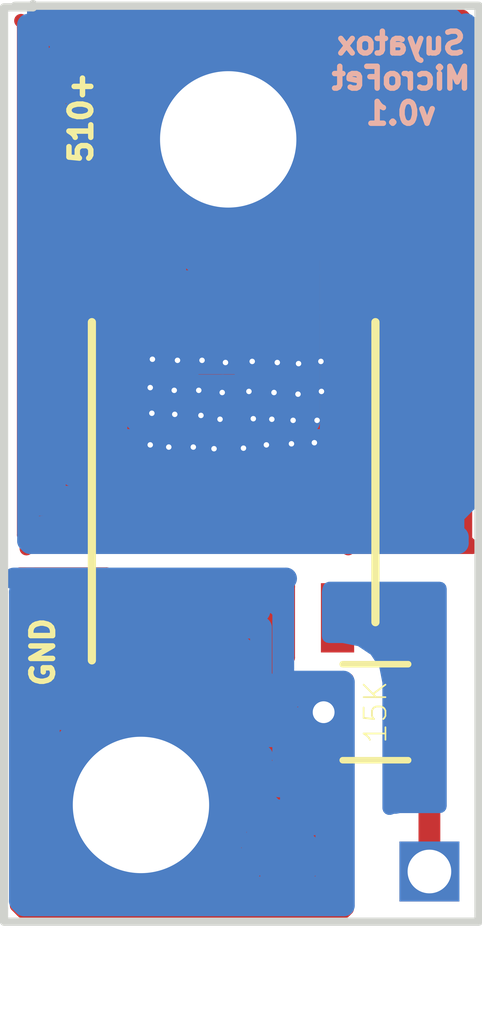
<source format=kicad_pcb>
(kicad_pcb (version 4) (host pcbnew 4.0.5)

  (general
    (links 0)
    (no_connects 0)
    (area 122.714999 83.544999 131.565001 100.515001)
    (thickness 1.6)
    (drawings 8)
    (tracks 795)
    (zones 0)
    (modules 37)
    (nets 1)
  )

  (page A4)
  (layers
    (0 F.Cu signal)
    (31 B.Cu signal)
    (32 B.Adhes user)
    (33 F.Adhes user)
    (34 B.Paste user)
    (35 F.Paste user)
    (36 B.SilkS user)
    (37 F.SilkS user)
    (38 B.Mask user)
    (39 F.Mask user)
    (40 Dwgs.User user)
    (41 Cmts.User user)
    (42 Eco1.User user)
    (43 Eco2.User user)
    (44 Edge.Cuts user)
    (45 Margin user)
    (46 B.CrtYd user)
    (47 F.CrtYd user)
    (48 B.Fab user)
    (49 F.Fab user)
  )

  (setup
    (last_trace_width 0.4)
    (trace_clearance 0.2)
    (zone_clearance 0.508)
    (zone_45_only no)
    (trace_min 0.2)
    (segment_width 0.2)
    (edge_width 0.15)
    (via_size 0.6)
    (via_drill 0.4)
    (via_min_size 0.4)
    (via_min_drill 0.3)
    (uvia_size 0.3)
    (uvia_drill 0.1)
    (uvias_allowed no)
    (uvia_min_size 0.2)
    (uvia_min_drill 0.1)
    (pcb_text_width 0.3)
    (pcb_text_size 1.5 1.5)
    (mod_edge_width 0.15)
    (mod_text_size 1 1)
    (mod_text_width 0.15)
    (pad_size 1.27 0.61)
    (pad_drill 0)
    (pad_to_mask_clearance 0.2)
    (aux_axis_origin 0 0)
    (visible_elements 7FFFFFFF)
    (pcbplotparams
      (layerselection 0x00030_80000001)
      (usegerberextensions false)
      (excludeedgelayer true)
      (linewidth 0.100000)
      (plotframeref false)
      (viasonmask false)
      (mode 1)
      (useauxorigin false)
      (hpglpennumber 1)
      (hpglpenspeed 20)
      (hpglpendiameter 15)
      (hpglpenoverlay 2)
      (psnegative false)
      (psa4output false)
      (plotreference true)
      (plotvalue true)
      (plotinvisibletext false)
      (padsonsilk false)
      (subtractmaskfromsilk false)
      (outputformat 1)
      (mirror false)
      (drillshape 1)
      (scaleselection 1)
      (outputdirectory ""))
  )

  (net 0 "")

  (net_class Default "Ceci est la Netclass par défaut"
    (clearance 0.2)
    (trace_width 0.4)
    (via_dia 0.6)
    (via_drill 0.4)
    (uvia_dia 0.3)
    (uvia_drill 0.1)
  )

  (module Wire_Pads:SolderWirePad_single_0-8mmDrill (layer F.Cu) (tedit 58C70875) (tstamp 58C70981)
    (at 128.48 91.66)
    (fp_text reference "" (at 0 -2.54) (layer F.SilkS)
      (effects (font (size 1 1) (thickness 0.15)))
    )
    (fp_text value "" (at 0 2.54) (layer F.Fab)
      (effects (font (size 1 1) (thickness 0.15)))
    )
    (pad 1 thru_hole circle (at 0 0) (size 0.1 0.1) (drill 0.1) (layers *.Cu *.Mask)
      (solder_mask_margin -0.1))
  )

  (module Wire_Pads:SolderWirePad_single_0-8mmDrill (layer F.Cu) (tedit 58C70875) (tstamp 58C7097C)
    (at 128.06 91.68)
    (fp_text reference "" (at 0 -2.54) (layer F.SilkS)
      (effects (font (size 1 1) (thickness 0.15)))
    )
    (fp_text value "" (at 0 2.54) (layer F.Fab)
      (effects (font (size 1 1) (thickness 0.15)))
    )
    (pad 1 thru_hole circle (at 0 0) (size 0.1 0.1) (drill 0.1) (layers *.Cu *.Mask)
      (solder_mask_margin -0.1))
  )

  (module Wire_Pads:SolderWirePad_single_0-8mmDrill (layer F.Cu) (tedit 58C70875) (tstamp 58C70977)
    (at 127.6 91.7)
    (fp_text reference "" (at 0 -2.54) (layer F.SilkS)
      (effects (font (size 1 1) (thickness 0.15)))
    )
    (fp_text value "" (at 0 2.54) (layer F.Fab)
      (effects (font (size 1 1) (thickness 0.15)))
    )
    (pad 1 thru_hole circle (at 0 0) (size 0.1 0.1) (drill 0.1) (layers *.Cu *.Mask)
      (solder_mask_margin -0.1))
  )

  (module Wire_Pads:SolderWirePad_single_0-8mmDrill (layer F.Cu) (tedit 58C70875) (tstamp 58C70972)
    (at 128.53 91.25)
    (fp_text reference "" (at 0 -2.54) (layer F.SilkS)
      (effects (font (size 1 1) (thickness 0.15)))
    )
    (fp_text value "" (at 0 2.54) (layer F.Fab)
      (effects (font (size 1 1) (thickness 0.15)))
    )
    (pad 1 thru_hole circle (at 0 0) (size 0.1 0.1) (drill 0.1) (layers *.Cu *.Mask)
      (solder_mask_margin -0.1))
  )

  (module Wire_Pads:SolderWirePad_single_0-8mmDrill (layer F.Cu) (tedit 58C70875) (tstamp 58C7096D)
    (at 126.64 91.77)
    (fp_text reference "" (at 0 -2.54) (layer F.SilkS)
      (effects (font (size 1 1) (thickness 0.15)))
    )
    (fp_text value "" (at 0 2.54) (layer F.Fab)
      (effects (font (size 1 1) (thickness 0.15)))
    )
    (pad 1 thru_hole circle (at 0 0) (size 0.1 0.1) (drill 0.1) (layers *.Cu *.Mask)
      (solder_mask_margin -0.1))
  )

  (module Wire_Pads:SolderWirePad_single_0-8mmDrill (layer F.Cu) (tedit 58C70875) (tstamp 58C70968)
    (at 125.47 91.7)
    (fp_text reference "" (at 0 -2.54) (layer F.SilkS)
      (effects (font (size 1 1) (thickness 0.15)))
    )
    (fp_text value "" (at 0 2.54) (layer F.Fab)
      (effects (font (size 1 1) (thickness 0.15)))
    )
    (pad 1 thru_hole circle (at 0 0) (size 0.1 0.1) (drill 0.1) (layers *.Cu *.Mask)
      (solder_mask_margin -0.1))
  )

  (module Wire_Pads:SolderWirePad_single_0-8mmDrill (layer F.Cu) (tedit 58C70875) (tstamp 58C70963)
    (at 125.5 91.12)
    (fp_text reference "" (at 0 -2.54) (layer F.SilkS)
      (effects (font (size 1 1) (thickness 0.15)))
    )
    (fp_text value "" (at 0 2.54) (layer F.Fab)
      (effects (font (size 1 1) (thickness 0.15)))
    )
    (pad 1 thru_hole circle (at 0 0) (size 0.1 0.1) (drill 0.1) (layers *.Cu *.Mask)
      (solder_mask_margin -0.1))
  )

  (module Wire_Pads:SolderWirePad_single_0-8mmDrill (layer F.Cu) (tedit 58C70875) (tstamp 58C7095E)
    (at 125.47 90.65)
    (fp_text reference "" (at 0 -2.54) (layer F.SilkS)
      (effects (font (size 1 1) (thickness 0.15)))
    )
    (fp_text value "" (at 0 2.54) (layer F.Fab)
      (effects (font (size 1 1) (thickness 0.15)))
    )
    (pad 1 thru_hole circle (at 0 0) (size 0.1 0.1) (drill 0.1) (layers *.Cu *.Mask)
      (solder_mask_margin -0.1))
  )

  (module Wire_Pads:SolderWirePad_single_0-8mmDrill (layer F.Cu) (tedit 58C70875) (tstamp 58C70959)
    (at 128.61 90.72)
    (fp_text reference "" (at 0 -2.54) (layer F.SilkS)
      (effects (font (size 1 1) (thickness 0.15)))
    )
    (fp_text value "" (at 0 2.54) (layer F.Fab)
      (effects (font (size 1 1) (thickness 0.15)))
    )
    (pad 1 thru_hole circle (at 0 0) (size 0.1 0.1) (drill 0.1) (layers *.Cu *.Mask)
      (solder_mask_margin -0.1))
  )

  (module Wire_Pads:SolderWirePad_single_0-8mmDrill (layer F.Cu) (tedit 58C70875) (tstamp 58C70954)
    (at 128.18 90.77)
    (fp_text reference "" (at 0 -2.54) (layer F.SilkS)
      (effects (font (size 1 1) (thickness 0.15)))
    )
    (fp_text value "" (at 0 2.54) (layer F.Fab)
      (effects (font (size 1 1) (thickness 0.15)))
    )
    (pad 1 thru_hole circle (at 0 0) (size 0.1 0.1) (drill 0.1) (layers *.Cu *.Mask)
      (solder_mask_margin -0.1))
  )

  (module Wire_Pads:SolderWirePad_single_0-8mmDrill (layer F.Cu) (tedit 58C70875) (tstamp 58C7094F)
    (at 125.92 91.14)
    (fp_text reference "" (at 0 -2.54) (layer F.SilkS)
      (effects (font (size 1 1) (thickness 0.15)))
    )
    (fp_text value "" (at 0 2.54) (layer F.Fab)
      (effects (font (size 1 1) (thickness 0.15)))
    )
    (pad 1 thru_hole circle (at 0 0) (size 0.1 0.1) (drill 0.1) (layers *.Cu *.Mask)
      (solder_mask_margin -0.1))
  )

  (module Wire_Pads:SolderWirePad_single_0-8mmDrill (layer F.Cu) (tedit 58C70875) (tstamp 58C7094A)
    (at 126.4 91.16)
    (fp_text reference "" (at 0 -2.54) (layer F.SilkS)
      (effects (font (size 1 1) (thickness 0.15)))
    )
    (fp_text value "" (at 0 2.54) (layer F.Fab)
      (effects (font (size 1 1) (thickness 0.15)))
    )
    (pad 1 thru_hole circle (at 0 0) (size 0.1 0.1) (drill 0.1) (layers *.Cu *.Mask)
      (solder_mask_margin -0.1))
  )

  (module Wire_Pads:SolderWirePad_single_0-8mmDrill (layer F.Cu) (tedit 58C70875) (tstamp 58C70930)
    (at 127.36 91.22)
    (fp_text reference "" (at 0 -2.54) (layer F.SilkS)
      (effects (font (size 1 1) (thickness 0.15)))
    )
    (fp_text value "" (at 0 2.54) (layer F.Fab)
      (effects (font (size 1 1) (thickness 0.15)))
    )
    (pad 1 thru_hole circle (at 0 0) (size 0.1 0.1) (drill 0.1) (layers *.Cu *.Mask)
      (solder_mask_margin -0.1))
  )

  (module Wire_Pads:SolderWirePad_single_0-8mmDrill (layer F.Cu) (tedit 58C70875) (tstamp 58C7092B)
    (at 126.75 91.23)
    (fp_text reference "" (at 0 -2.54) (layer F.SilkS)
      (effects (font (size 1 1) (thickness 0.15)))
    )
    (fp_text value "" (at 0 2.54) (layer F.Fab)
      (effects (font (size 1 1) (thickness 0.15)))
    )
    (pad 1 thru_hole circle (at 0 0) (size 0.1 0.1) (drill 0.1) (layers *.Cu *.Mask)
      (solder_mask_margin -0.1))
  )

  (module Wire_Pads:SolderWirePad_single_0-8mmDrill (layer F.Cu) (tedit 58C70875) (tstamp 58C70927)
    (at 127.7 91.23)
    (fp_text reference "" (at 0 -2.54) (layer F.SilkS)
      (effects (font (size 1 1) (thickness 0.15)))
    )
    (fp_text value "" (at 0 2.54) (layer F.Fab)
      (effects (font (size 1 1) (thickness 0.15)))
    )
    (pad 1 thru_hole circle (at 0 0) (size 0.1 0.1) (drill 0.1) (layers *.Cu *.Mask)
      (solder_mask_margin -0.1))
  )

  (module Wire_Pads:SolderWirePad_single_0-8mmDrill (layer F.Cu) (tedit 58C70875) (tstamp 58C70923)
    (at 128.09 91.25)
    (fp_text reference "" (at 0 -2.54) (layer F.SilkS)
      (effects (font (size 1 1) (thickness 0.15)))
    )
    (fp_text value "" (at 0 2.54) (layer F.Fab)
      (effects (font (size 1 1) (thickness 0.15)))
    )
    (pad 1 thru_hole circle (at 0 0) (size 0.1 0.1) (drill 0.1) (layers *.Cu *.Mask)
      (solder_mask_margin -0.1))
  )

  (module Wire_Pads:SolderWirePad_single_0-8mmDrill (layer F.Cu) (tedit 58C70875) (tstamp 58C7091F)
    (at 127.18 91.76)
    (fp_text reference "" (at 0 -2.54) (layer F.SilkS)
      (effects (font (size 1 1) (thickness 0.15)))
    )
    (fp_text value "" (at 0 2.54) (layer F.Fab)
      (effects (font (size 1 1) (thickness 0.15)))
    )
    (pad 1 thru_hole circle (at 0 0) (size 0.1 0.1) (drill 0.1) (layers *.Cu *.Mask)
      (solder_mask_margin -0.1))
  )

  (module Wire_Pads:SolderWirePad_single_0-8mmDrill (layer F.Cu) (tedit 58C70875) (tstamp 58C7091B)
    (at 126.26 91.74)
    (fp_text reference "" (at 0 -2.54) (layer F.SilkS)
      (effects (font (size 1 1) (thickness 0.15)))
    )
    (fp_text value "" (at 0 2.54) (layer F.Fab)
      (effects (font (size 1 1) (thickness 0.15)))
    )
    (pad 1 thru_hole circle (at 0 0) (size 0.1 0.1) (drill 0.1) (layers *.Cu *.Mask)
      (solder_mask_margin -0.1))
  )

  (module Wire_Pads:SolderWirePad_single_0-8mmDrill (layer F.Cu) (tedit 58C70875) (tstamp 58C70917)
    (at 125.81 91.74)
    (fp_text reference "" (at 0 -2.54) (layer F.SilkS)
      (effects (font (size 1 1) (thickness 0.15)))
    )
    (fp_text value "" (at 0 2.54) (layer F.Fab)
      (effects (font (size 1 1) (thickness 0.15)))
    )
    (pad 1 thru_hole circle (at 0 0) (size 0.1 0.1) (drill 0.1) (layers *.Cu *.Mask)
      (solder_mask_margin -0.1))
  )

  (module Wire_Pads:SolderWirePad_single_0-8mmDrill (layer F.Cu) (tedit 58C70875) (tstamp 58C70911)
    (at 125.91 90.7)
    (fp_text reference "" (at 0 -2.54) (layer F.SilkS)
      (effects (font (size 1 1) (thickness 0.15)))
    )
    (fp_text value "" (at 0 2.54) (layer F.Fab)
      (effects (font (size 1 1) (thickness 0.15)))
    )
    (pad 1 thru_hole circle (at 0 0) (size 0.1 0.1) (drill 0.1) (layers *.Cu *.Mask)
      (solder_mask_margin -0.1))
  )

  (module Wire_Pads:SolderWirePad_single_0-8mmDrill (layer F.Cu) (tedit 58C70875) (tstamp 58C7090D)
    (at 126.36 90.7)
    (fp_text reference "" (at 0 -2.54) (layer F.SilkS)
      (effects (font (size 1 1) (thickness 0.15)))
    )
    (fp_text value "" (at 0 2.54) (layer F.Fab)
      (effects (font (size 1 1) (thickness 0.15)))
    )
    (pad 1 thru_hole circle (at 0 0) (size 0.1 0.1) (drill 0.1) (layers *.Cu *.Mask)
      (solder_mask_margin -0.1))
  )

  (module Wire_Pads:SolderWirePad_single_0-8mmDrill (layer F.Cu) (tedit 58C70875) (tstamp 58C70909)
    (at 126.79 90.74)
    (fp_text reference "" (at 0 -2.54) (layer F.SilkS)
      (effects (font (size 1 1) (thickness 0.15)))
    )
    (fp_text value "" (at 0 2.54) (layer F.Fab)
      (effects (font (size 1 1) (thickness 0.15)))
    )
    (pad 1 thru_hole circle (at 0 0) (size 0.1 0.1) (drill 0.1) (layers *.Cu *.Mask)
      (solder_mask_margin -0.1))
  )

  (module Wire_Pads:SolderWirePad_single_0-8mmDrill (layer F.Cu) (tedit 58C70875) (tstamp 58C70905)
    (at 127.28 90.72)
    (fp_text reference "" (at 0 -2.54) (layer F.SilkS)
      (effects (font (size 1 1) (thickness 0.15)))
    )
    (fp_text value "" (at 0 2.54) (layer F.Fab)
      (effects (font (size 1 1) (thickness 0.15)))
    )
    (pad 1 thru_hole circle (at 0 0) (size 0.1 0.1) (drill 0.1) (layers *.Cu *.Mask)
      (solder_mask_margin -0.1))
  )

  (module Wire_Pads:SolderWirePad_single_0-8mmDrill (layer F.Cu) (tedit 58C70875) (tstamp 58C70901)
    (at 127.74 90.74)
    (fp_text reference "" (at 0 -2.54) (layer F.SilkS)
      (effects (font (size 1 1) (thickness 0.15)))
    )
    (fp_text value "" (at 0 2.54) (layer F.Fab)
      (effects (font (size 1 1) (thickness 0.15)))
    )
    (pad 1 thru_hole circle (at 0 0) (size 0.1 0.1) (drill 0.1) (layers *.Cu *.Mask)
      (solder_mask_margin -0.1))
  )

  (module Wire_Pads:SolderWirePad_single_0-8mmDrill (layer F.Cu) (tedit 58C70875) (tstamp 58C708FD)
    (at 128.6 90.17)
    (fp_text reference "" (at 0 -2.54) (layer F.SilkS)
      (effects (font (size 1 1) (thickness 0.15)))
    )
    (fp_text value "" (at 0 2.54) (layer F.Fab)
      (effects (font (size 1 1) (thickness 0.15)))
    )
    (pad 1 thru_hole circle (at 0 0) (size 0.1 0.1) (drill 0.1) (layers *.Cu *.Mask)
      (solder_mask_margin -0.1))
  )

  (module Wire_Pads:SolderWirePad_single_0-8mmDrill (layer F.Cu) (tedit 58C70875) (tstamp 58C708F8)
    (at 128.19 90.21)
    (fp_text reference "" (at 0 -2.54) (layer F.SilkS)
      (effects (font (size 1 1) (thickness 0.15)))
    )
    (fp_text value "" (at 0 2.54) (layer F.Fab)
      (effects (font (size 1 1) (thickness 0.15)))
    )
    (pad 1 thru_hole circle (at 0 0) (size 0.1 0.1) (drill 0.1) (layers *.Cu *.Mask)
      (solder_mask_margin -0.1))
  )

  (module Wire_Pads:SolderWirePad_single_0-8mmDrill (layer F.Cu) (tedit 58C70875) (tstamp 58C708F3)
    (at 127.8 90.19)
    (fp_text reference "" (at 0 -2.54) (layer F.SilkS)
      (effects (font (size 1 1) (thickness 0.15)))
    )
    (fp_text value "" (at 0 2.54) (layer F.Fab)
      (effects (font (size 1 1) (thickness 0.15)))
    )
    (pad 1 thru_hole circle (at 0 0) (size 0.1 0.1) (drill 0.1) (layers *.Cu *.Mask)
      (solder_mask_margin -0.1))
  )

  (module Wire_Pads:SolderWirePad_single_0-8mmDrill (layer F.Cu) (tedit 58C70875) (tstamp 58C708EE)
    (at 127.34 90.17)
    (fp_text reference "" (at 0 -2.54) (layer F.SilkS)
      (effects (font (size 1 1) (thickness 0.15)))
    )
    (fp_text value "" (at 0 2.54) (layer F.Fab)
      (effects (font (size 1 1) (thickness 0.15)))
    )
    (pad 1 thru_hole circle (at 0 0) (size 0.1 0.1) (drill 0.1) (layers *.Cu *.Mask)
      (solder_mask_margin -0.1))
  )

  (module Wire_Pads:SolderWirePad_single_0-8mmDrill (layer F.Cu) (tedit 58C70875) (tstamp 58C708E9)
    (at 126.85 90.19)
    (fp_text reference "" (at 0 -2.54) (layer F.SilkS)
      (effects (font (size 1 1) (thickness 0.15)))
    )
    (fp_text value "" (at 0 2.54) (layer F.Fab)
      (effects (font (size 1 1) (thickness 0.15)))
    )
    (pad 1 thru_hole circle (at 0 0) (size 0.1 0.1) (drill 0.1) (layers *.Cu *.Mask)
      (solder_mask_margin -0.1))
  )

  (module Wire_Pads:SolderWirePad_single_0-8mmDrill (layer F.Cu) (tedit 58C70875) (tstamp 58C708E4)
    (at 126.42 90.15)
    (fp_text reference "" (at 0 -2.54) (layer F.SilkS)
      (effects (font (size 1 1) (thickness 0.15)))
    )
    (fp_text value "" (at 0 2.54) (layer F.Fab)
      (effects (font (size 1 1) (thickness 0.15)))
    )
    (pad 1 thru_hole circle (at 0 0) (size 0.1 0.1) (drill 0.1) (layers *.Cu *.Mask)
      (solder_mask_margin -0.1))
  )

  (module Wire_Pads:SolderWirePad_single_0-8mmDrill (layer F.Cu) (tedit 58C70977) (tstamp 58C708DE)
    (at 125.97 90.15)
    (fp_text reference "" (at 0 -2.54) (layer F.SilkS)
      (effects (font (size 1 1) (thickness 0.15)))
    )
    (fp_text value "" (at 0 2.54) (layer F.Fab)
      (effects (font (size 1 1) (thickness 0.15)))
    )
    (pad 1 thru_hole circle (at 0 0) (size 0.1 0.1) (drill 0.1) (layers *.Cu *.Mask)
      (solder_mask_margin -0.1))
  )

  (module Wire_Pads:SolderWirePad_single_0-8mmDrill (layer F.Cu) (tedit 58C70875) (tstamp 58C708D4)
    (at 125.51 90.13)
    (fp_text reference "" (at 0 -2.54) (layer F.SilkS)
      (effects (font (size 1 1) (thickness 0.15)))
    )
    (fp_text value "" (at 0 2.54) (layer F.Fab)
      (effects (font (size 1 1) (thickness 0.15)))
    )
    (pad 1 thru_hole circle (at 0 0) (size 0.1 0.1) (drill 0.1) (layers *.Cu *.Mask)
      (solder_mask_margin -0.1))
  )

  (module Wire_Pads:SolderWirePad_single_0-8mmDrill (layer F.Cu) (tedit 58C709C8) (tstamp 58C70352)
    (at 126.9 86.1)
    (fp_text reference 510+ (at -2.7 -0.4 90) (layer F.SilkS)
      (effects (font (size 0.4 0.4) (thickness 0.1)))
    )
    (fp_text value "" (at 0 2.54) (layer F.Fab)
      (effects (font (size 1 1) (thickness 0.15)))
    )
    (pad 1 thru_hole circle (at 0 0) (size 4 4) (drill 2.5) (layers *.Cu *.Mask)
      (solder_mask_margin -0.1))
  )

  (module SMD_Packages:SO-8_PowerPAK_Vishay_Single (layer F.Cu) (tedit 58C70B02) (tstamp 58C70045)
    (at 127 92.2 90)
    (descr "PowerPAK SO-8 (see Vishay AN821)")
    (tags "PowerPAK SO-8")
    (attr smd)
    (fp_text reference "" (at 0 -3.5 90) (layer F.SilkS)
      (effects (font (size 1 1) (thickness 0.15)))
    )
    (fp_text value "" (at 0 3.5 90) (layer F.Fab)
      (effects (font (size 1 1) (thickness 0.15)))
    )
    (fp_line (start -3.55 -2.75) (end -3.55 2.75) (layer F.CrtYd) (width 0.05))
    (fp_line (start 3.55 -2.75) (end 3.55 2.75) (layer F.CrtYd) (width 0.05))
    (fp_line (start -3.55 -2.75) (end 3.55 -2.75) (layer F.CrtYd) (width 0.05))
    (fp_line (start -3.55 2.75) (end 3.55 2.75) (layer F.CrtYd) (width 0.05))
    (fp_line (start -3.45 -2.6) (end 2.75 -2.6) (layer F.SilkS) (width 0.15))
    (fp_line (start -2.75 2.6) (end 2.75 2.6) (layer F.SilkS) (width 0.15))
    (pad s smd rect (at -2.67 -1.905 90) (size 1.27 0.61) (layers F.Cu F.Paste F.Mask))
    (pad s smd rect (at -2.67 -0.635 90) (size 1.27 0.61) (layers F.Cu F.Paste F.Mask))
    (pad s smd rect (at -2.67 0.635 90) (size 1.27 0.61) (layers F.Cu F.Paste F.Mask))
    (pad g smd rect (at -2.67 1.905 90) (size 1.27 0.61) (layers F.Cu F.Paste F.Mask)
      (solder_mask_margin -0.1))
    (pad 5 smd rect (at 2.795 1.905 90) (size 0.0001 0.0001) (layers F.Cu F.Paste F.Mask))
    (pad 5 smd rect (at 2.795 0.635 90) (size 0.0001 0.0001) (layers F.Cu F.Paste F.Mask))
    (pad 5 smd rect (at 2.795 -0.635 90) (size 0.0001 0.0001) (layers F.Cu F.Paste F.Mask))
    (pad 5 smd rect (at 2.795 -1.905 90) (size 0.000001 0.000001) (layers F.Cu F.Paste F.Mask))
    (pad d smd rect (at 0.69 0 90) (size 3.81 3.91) (layers F.Cu F.Paste F.Mask))
  )

  (module Resistors_SMD:R_0805 (layer F.Cu) (tedit 58C70AEB) (tstamp 58C7021A)
    (at 129.6 96.6)
    (descr "Resistor SMD 0805, reflow soldering, Vishay (see dcrcw.pdf)")
    (tags "resistor 0805")
    (attr smd)
    (fp_text reference 15K (at 0 0 90) (layer F.SilkS)
      (effects (font (size 0.4 0.4) (thickness 0.03175)))
    )
    (fp_text value "" (at 0 1.75) (layer F.Fab)
      (effects (font (size 1 1) (thickness 0.15)))
    )
    (fp_line (start -1 0.62) (end -1 -0.62) (layer F.Fab) (width 0.1))
    (fp_line (start 1 0.62) (end -1 0.62) (layer F.Fab) (width 0.1))
    (fp_line (start 1 -0.62) (end 1 0.62) (layer F.Fab) (width 0.1))
    (fp_line (start -1 -0.62) (end 1 -0.62) (layer F.Fab) (width 0.1))
    (fp_line (start 0.6 0.88) (end -0.6 0.88) (layer F.SilkS) (width 0.12))
    (fp_line (start -0.6 -0.88) (end 0.6 -0.88) (layer F.SilkS) (width 0.12))
    (fp_line (start -1.55 -0.9) (end 1.55 -0.9) (layer F.CrtYd) (width 0.05))
    (fp_line (start -1.55 -0.9) (end -1.55 0.9) (layer F.CrtYd) (width 0.05))
    (fp_line (start 1.55 0.9) (end 1.55 -0.9) (layer F.CrtYd) (width 0.05))
    (fp_line (start 1.55 0.9) (end -1.55 0.9) (layer F.CrtYd) (width 0.05))
    (pad 1 thru_hole rect (at -0.95 0) (size 0.7 1.3) (drill 0.4) (layers *.Cu *.Mask)
      (solder_mask_margin -0.1))
    (pad 2 smd rect (at 0.95 0) (size 0.7 1.3) (layers F.Cu F.Paste F.Mask)
      (solder_mask_margin -0.1))
    (model Resistors_SMD.3dshapes/R_0805.wrl
      (at (xyz 0 0 0))
      (scale (xyz 1 1 1))
      (rotate (xyz 0 0 0))
    )
  )

  (module Wire_Pads:SolderWirePad_single_0-8mmDrill (layer F.Cu) (tedit 58C70AD4) (tstamp 58C702A6)
    (at 130.59 99.52)
    (fp_text reference "" (at 0 -2.54) (layer F.SilkS)
      (effects (font (size 1 1) (thickness 0.15)))
    )
    (fp_text value "" (at 0 2.54) (layer F.Fab)
      (effects (font (size 1 1) (thickness 0.15)))
    )
    (pad 1 thru_hole rect (at 0 0) (size 1.1 1.1) (drill 0.8001) (layers *.Cu *.Mask)
      (solder_mask_margin -0.1))
  )

  (module Wire_Pads:SolderWirePad_single_0-8mmDrill (layer F.Cu) (tedit 58C709BC) (tstamp 58C702FF)
    (at 125.3 98.3)
    (fp_text reference GND (at -1.8 -2.8 90) (layer F.SilkS)
      (effects (font (size 0.4 0.4) (thickness 0.1)))
    )
    (fp_text value "" (at 0 2.54) (layer F.Fab)
      (effects (font (size 1 1) (thickness 0.15)))
    )
    (pad 1 thru_hole circle (at 0 0) (size 4 4) (drill 2.5) (layers *.Cu *.Mask)
      (solder_mask_margin -0.1))
  )

  (gr_text "Suyatox\nMicroFet\nv0.1" (at 130.07 84.98) (layer B.SilkS)
    (effects (font (size 0.4 0.4) (thickness 0.1)) (justify mirror))
  )
  (gr_line (start 123.32 83.68) (end 123.32 83.62) (angle 90) (layer Edge.Cuts) (width 0.15))
  (gr_line (start 122.79 83.68) (end 123.32 83.68) (angle 90) (layer Edge.Cuts) (width 0.15))
  (gr_line (start 122.79 100.44) (end 122.79 83.68) (angle 90) (layer Edge.Cuts) (width 0.15))
  (gr_line (start 131.49 100.44) (end 122.79 100.44) (angle 90) (layer Edge.Cuts) (width 0.15))
  (gr_line (start 131.49 100.24) (end 131.49 100.44) (angle 90) (layer Edge.Cuts) (width 0.15))
  (gr_line (start 131.49 83.65) (end 131.49 100.24) (angle 90) (layer Edge.Cuts) (width 0.15))
  (gr_line (start 122.99 83.65) (end 131.49 83.65) (angle 90) (layer Edge.Cuts) (width 0.15))

  (segment (start 130.59 99.52) (end 130.59 96.64) (width 0.4) (layer F.Cu) (net 0))
  (segment (start 130.59 96.64) (end 130.55 96.6) (width 0.4) (layer F.Cu) (net 0) (tstamp 58C70A2B))
  (segment (start 124.26 95.67) (end 126.68 95.67) (width 0.4) (layer B.Cu) (net 0))
  (segment (start 126.82 95.81) (end 126.68 95.67) (width 0.4) (layer B.Cu) (net 0) (tstamp 58C708BC))
  (segment (start 126.82 95.81) (end 126.82 96.2) (width 0.4) (layer B.Cu) (net 0))
  (segment (start 124.19 96.2) (end 126.82 96.2) (width 0.4) (layer B.Cu) (net 0))
  (segment (start 126.85 96.23) (end 126.85 96.11) (width 0.4) (layer B.Cu) (net 0) (tstamp 58C708B9))
  (segment (start 126.82 96.2) (end 126.85 96.23) (width 0.4) (layer B.Cu) (net 0) (tstamp 58C708B7))
  (segment (start 124.08 95.97) (end 126.23 95.97) (width 0.4) (layer B.Cu) (net 0))
  (segment (start 126 96.2) (end 124.19 96.2) (width 0.4) (layer B.Cu) (net 0) (tstamp 58C708B0))
  (segment (start 124.19 96.2) (end 124.02 96.2) (width 0.4) (layer B.Cu) (net 0) (tstamp 58C708B5))
  (segment (start 126.23 95.97) (end 126 96.2) (width 0.4) (layer B.Cu) (net 0) (tstamp 58C708AF))
  (segment (start 124.11 95.97) (end 124.08 95.97) (width 0.4) (layer B.Cu) (net 0))
  (segment (start 124.08 95.97) (end 126.71 95.97) (width 0.4) (layer B.Cu) (net 0) (tstamp 58C708AD))
  (segment (start 126.71 95.97) (end 126.85 96.11) (width 0.4) (layer B.Cu) (net 0) (tstamp 58C708A8))
  (segment (start 126.85 96.11) (end 127.27 96.53) (width 0.4) (layer B.Cu) (net 0) (tstamp 58C708BA))
  (segment (start 127.07 95.97) (end 124.11 95.97) (width 0.4) (layer B.Cu) (net 0))
  (segment (start 124.11 95.97) (end 124.25 95.97) (width 0.4) (layer B.Cu) (net 0) (tstamp 58C708A6))
  (segment (start 124.25 95.97) (end 124.02 96.2) (width 0.4) (layer B.Cu) (net 0) (tstamp 58C708A1))
  (segment (start 124.02 96.2) (end 124 96.22) (width 0.4) (layer B.Cu) (net 0) (tstamp 58C708B3))
  (segment (start 127.27 97.93) (end 127.27 96.53) (width 0.4) (layer B.Cu) (net 0))
  (segment (start 127.27 96.53) (end 127.27 96.17) (width 0.4) (layer B.Cu) (net 0) (tstamp 58C708AB))
  (segment (start 127.27 96.17) (end 127.07 95.97) (width 0.4) (layer B.Cu) (net 0) (tstamp 58C7089C))
  (segment (start 127.07 95.97) (end 127.07 95.69) (width 0.4) (layer B.Cu) (net 0) (tstamp 58C7089E))
  (segment (start 128.05 98.4) (end 127.74 98.4) (width 0.4) (layer B.Cu) (net 0))
  (segment (start 127.27 97.93) (end 127.27 97.65) (width 0.4) (layer B.Cu) (net 0) (tstamp 58C70899))
  (segment (start 127.74 98.4) (end 127.27 97.93) (width 0.4) (layer B.Cu) (net 0) (tstamp 58C70897))
  (segment (start 127.66 97.73) (end 128.01 97.73) (width 0.4) (layer B.Cu) (net 0))
  (segment (start 127.125 97.195) (end 127.66 97.73) (width 0.4) (layer B.Cu) (net 0) (tstamp 58C7088C))
  (segment (start 127.125 97.065) (end 127.125 97.195) (width 0.4) (layer B.Cu) (net 0))
  (segment (start 128.05 97.77) (end 128.05 98.4) (width 0.4) (layer B.Cu) (net 0) (tstamp 58C70890))
  (segment (start 128.05 98.4) (end 128.05 98.73) (width 0.4) (layer B.Cu) (net 0) (tstamp 58C70895))
  (segment (start 128.01 97.73) (end 128.05 97.77) (width 0.4) (layer B.Cu) (net 0) (tstamp 58C7088F))
  (segment (start 127.49 97.4) (end 127.46 97.4) (width 0.4) (layer B.Cu) (net 0))
  (segment (start 127.52 97.4) (end 127.49 97.4) (width 0.4) (layer B.Cu) (net 0))
  (segment (start 127.46 97.4) (end 127.125 97.065) (width 0.4) (layer B.Cu) (net 0) (tstamp 58C70885))
  (segment (start 127.125 97.065) (end 127.11 97.05) (width 0.4) (layer B.Cu) (net 0) (tstamp 58C7088A))
  (segment (start 127.11 96.84) (end 127.11 97.05) (width 0.4) (layer B.Cu) (net 0))
  (segment (start 127.11 97.05) (end 127.11 97.49) (width 0.4) (layer B.Cu) (net 0) (tstamp 58C70888))
  (segment (start 127.11 97.49) (end 127.27 97.65) (width 0.4) (layer B.Cu) (net 0) (tstamp 58C7087F))
  (segment (start 127.27 97.65) (end 127.63 98.01) (width 0.4) (layer B.Cu) (net 0) (tstamp 58C7089A))
  (segment (start 127.55 96.84) (end 127.11 96.84) (width 0.4) (layer B.Cu) (net 0))
  (segment (start 127.11 96.84) (end 126.91 97.04) (width 0.4) (layer B.Cu) (net 0) (tstamp 58C7087C))
  (segment (start 127.55 96.84) (end 127.55 97.04) (width 0.4) (layer B.Cu) (net 0) (tstamp 58C70879))
  (segment (start 128.1 97.04) (end 127.55 97.04) (width 0.4) (layer B.Cu) (net 0))
  (segment (start 126.79 96.92) (end 126.76 96.92) (width 0.4) (layer B.Cu) (net 0) (tstamp 58C70875))
  (segment (start 126.91 97.04) (end 126.79 96.92) (width 0.4) (layer B.Cu) (net 0) (tstamp 58C70874))
  (segment (start 128.1 98.38) (end 128.1 97.04) (width 0.4) (layer B.Cu) (net 0))
  (segment (start 127.91 97.2) (end 128.1 97.39) (width 0.4) (layer B.Cu) (net 0) (tstamp 58C7086D))
  (segment (start 128.1 97.39) (end 128.1 98.38) (width 0.4) (layer B.Cu) (net 0) (tstamp 58C7086E))
  (segment (start 127.91 97.88) (end 127.91 97.2) (width 0.4) (layer B.Cu) (net 0))
  (segment (start 128.1 97.04) (end 128.13 97.01) (width 0.4) (layer B.Cu) (net 0) (tstamp 58C70871))
  (segment (start 127.91 96.7) (end 127.91 97.88) (width 0.4) (layer B.Cu) (net 0))
  (segment (start 127.91 97.88) (end 127.83 97.96) (width 0.4) (layer B.Cu) (net 0) (tstamp 58C7086A))
  (segment (start 124 96.59) (end 127.46 96.59) (width 0.4) (layer B.Cu) (net 0))
  (segment (start 127.91 96.7) (end 127.91 96.53) (width 0.4) (layer B.Cu) (net 0) (tstamp 58C70867))
  (segment (start 127.715 96.505) (end 127.91 96.7) (width 0.4) (layer B.Cu) (net 0) (tstamp 58C70866))
  (segment (start 127.715 96.335) (end 127.715 96.505) (width 0.4) (layer B.Cu) (net 0) (tstamp 58C70865))
  (segment (start 127.46 96.59) (end 127.715 96.335) (width 0.4) (layer B.Cu) (net 0) (tstamp 58C70864))
  (segment (start 124 95.42) (end 124 96.22) (width 0.4) (layer B.Cu) (net 0))
  (segment (start 124 96.22) (end 124 96.59) (width 0.4) (layer B.Cu) (net 0) (tstamp 58C708A4))
  (segment (start 124 96.59) (end 123.86 96.73) (width 0.4) (layer B.Cu) (net 0) (tstamp 58C70861))
  (segment (start 127.15 95.42) (end 124 95.42) (width 0.4) (layer B.Cu) (net 0))
  (segment (start 127.07 95.69) (end 127.15 95.77) (width 0.4) (layer B.Cu) (net 0) (tstamp 58C7089F))
  (segment (start 127.15 95.77) (end 127.15 95.42) (width 0.4) (layer B.Cu) (net 0) (tstamp 58C7085B))
  (segment (start 127.91 96.53) (end 127.07 95.69) (width 0.4) (layer B.Cu) (net 0) (tstamp 58C70868))
  (segment (start 128.13 96.75) (end 127.91 96.53) (width 0.4) (layer B.Cu) (net 0) (tstamp 58C7085A))
  (segment (start 128.44 96.75) (end 128.13 96.75) (width 0.4) (layer B.Cu) (net 0))
  (segment (start 124 95.42) (end 123.91 95.33) (width 0.4) (layer B.Cu) (net 0) (tstamp 58C7085E))
  (segment (start 128.44 98.66) (end 128.44 96.75) (width 0.4) (layer B.Cu) (net 0))
  (segment (start 128.44 96.75) (end 128.33 96.64) (width 0.4) (layer B.Cu) (net 0) (tstamp 58C70857))
  (segment (start 127.33 99) (end 127.44 98.89) (width 0.4) (layer B.Cu) (net 0))
  (segment (start 127.44 98.89) (end 127.44 98.93) (width 0.4) (layer B.Cu) (net 0) (tstamp 58C70853))
  (segment (start 127.14 99.29) (end 127.32 99.47) (width 0.4) (layer B.Cu) (net 0) (tstamp 58C7083A))
  (segment (start 127.32 99.47) (end 126.47 99.47) (width 0.4) (layer B.Cu) (net 0) (tstamp 58C7083B))
  (segment (start 127.8 99.29) (end 127.14 99.29) (width 0.4) (layer B.Cu) (net 0))
  (segment (start 127.44 98.93) (end 127.8 99.29) (width 0.4) (layer B.Cu) (net 0) (tstamp 58C70854))
  (segment (start 127.44 98.89) (end 127.33 99) (width 0.4) (layer B.Cu) (net 0) (tstamp 58C7084E))
  (segment (start 128.24 99.55) (end 128.24 99.42) (width 0.4) (layer B.Cu) (net 0))
  (segment (start 128.24 99.42) (end 127.44 98.62) (width 0.4) (layer B.Cu) (net 0) (tstamp 58C7084B))
  (segment (start 127.44 98.62) (end 127.44 98.89) (width 0.4) (layer B.Cu) (net 0))
  (segment (start 127.68 99.55) (end 128.24 99.55) (width 0.4) (layer B.Cu) (net 0))
  (segment (start 128.24 99.55) (end 128.26 99.55) (width 0.4) (layer B.Cu) (net 0) (tstamp 58C70849))
  (segment (start 128.26 99.55) (end 128.4 99.41) (width 0.4) (layer B.Cu) (net 0) (tstamp 58C70846))
  (segment (start 128.4 99.08) (end 128.4 99.41) (width 0.4) (layer B.Cu) (net 0))
  (segment (start 128.05 98.73) (end 128.4 99.08) (width 0.4) (layer B.Cu) (net 0) (tstamp 58C70893))
  (segment (start 127.62 98.3) (end 128.05 98.73) (width 0.4) (layer B.Cu) (net 0) (tstamp 58C7083F))
  (segment (start 125.3 98.3) (end 127.62 98.3) (width 0.4) (layer B.Cu) (net 0))
  (segment (start 128.4 99.41) (end 128.38 99.43) (width 0.4) (layer B.Cu) (net 0) (tstamp 58C70842))
  (segment (start 126.47 99.47) (end 125.3 98.3) (width 0.4) (layer B.Cu) (net 0) (tstamp 58C7083C))
  (segment (start 127.5 95.05) (end 123.62 95.05) (width 0.4) (layer B.Cu) (net 0))
  (segment (start 123.36 99.89) (end 123.44 99.81) (width 0.4) (layer B.Cu) (net 0) (tstamp 58C7082C))
  (segment (start 123.44 99.81) (end 128.68 99.81) (width 0.4) (layer B.Cu) (net 0) (tstamp 58C7082D))
  (segment (start 128.68 99.81) (end 128.7 99.79) (width 0.4) (layer B.Cu) (net 0) (tstamp 58C7082E))
  (segment (start 128.7 99.79) (end 128.7 96.37) (width 0.4) (layer B.Cu) (net 0) (tstamp 58C7082F))
  (segment (start 128.7 96.37) (end 128.63 96.3) (width 0.4) (layer B.Cu) (net 0) (tstamp 58C70830))
  (segment (start 128.63 96.3) (end 127.83 96.3) (width 0.4) (layer B.Cu) (net 0) (tstamp 58C70831))
  (segment (start 127.83 96.3) (end 127.5 95.97) (width 0.4) (layer B.Cu) (net 0) (tstamp 58C70832))
  (segment (start 127.5 95.97) (end 127.5 95.05) (width 0.4) (layer B.Cu) (net 0) (tstamp 58C70833))
  (segment (start 123.36 94.28) (end 123.36 99.89) (width 0.4) (layer B.Cu) (net 0))
  (segment (start 123.61 95.06) (end 123.61 99.58) (width 0.4) (layer B.Cu) (net 0) (tstamp 58C70837))
  (segment (start 123.62 95.05) (end 123.61 95.06) (width 0.4) (layer B.Cu) (net 0) (tstamp 58C70836))
  (segment (start 127.765 94.585) (end 123.835 94.585) (width 0.4) (layer B.Cu) (net 0))
  (segment (start 123.835 94.585) (end 123.67 94.75) (width 0.4) (layer B.Cu) (net 0) (tstamp 58C70827))
  (segment (start 123.2 94.28) (end 123.36 94.28) (width 0.4) (layer B.Cu) (net 0))
  (segment (start 123.36 94.28) (end 127.46 94.28) (width 0.4) (layer B.Cu) (net 0) (tstamp 58C7082A))
  (segment (start 127.46 94.28) (end 127.765 94.585) (width 0.4) (layer B.Cu) (net 0) (tstamp 58C70820))
  (segment (start 127.765 94.585) (end 127.91 94.73) (width 0.4) (layer B.Cu) (net 0) (tstamp 58C70825))
  (segment (start 127.47 94.75) (end 123.67 94.75) (width 0.4) (layer B.Cu) (net 0))
  (segment (start 123.2 94.28) (end 123.2 94.15) (width 0.4) (layer B.Cu) (net 0) (tstamp 58C7081D))
  (segment (start 123.67 94.75) (end 123.2 94.28) (width 0.4) (layer B.Cu) (net 0) (tstamp 58C7081B))
  (segment (start 129.02 100.14) (end 123.16 100.14) (width 0.4) (layer B.Cu) (net 0))
  (segment (start 123.16 100.14) (end 123.08 100.06) (width 0.4) (layer B.Cu) (net 0) (tstamp 58C70814))
  (segment (start 123.08 100.06) (end 123.08 94.4) (width 0.4) (layer B.Cu) (net 0) (tstamp 58C70815))
  (segment (start 123.08 94.4) (end 123.33 94.15) (width 0.4) (layer B.Cu) (net 0) (tstamp 58C70816))
  (segment (start 129.02 96.05) (end 129.02 100.14) (width 0.4) (layer B.Cu) (net 0) (tstamp 58C70811))
  (segment (start 129.01 96.04) (end 129.02 96.05) (width 0.4) (layer B.Cu) (net 0) (tstamp 58C70810))
  (segment (start 127.98 96.04) (end 129.01 96.04) (width 0.4) (layer B.Cu) (net 0) (tstamp 58C7080F))
  (segment (start 127.91 95.97) (end 127.98 96.04) (width 0.4) (layer B.Cu) (net 0) (tstamp 58C7080E))
  (segment (start 127.91 94.73) (end 127.91 95.97) (width 0.4) (layer B.Cu) (net 0) (tstamp 58C70823))
  (segment (start 127.96 94.15) (end 127.91 94.2) (width 0.4) (layer B.Cu) (net 0) (tstamp 58C7080C))
  (segment (start 123.2 94.15) (end 127.96 94.15) (width 0.4) (layer B.Cu) (net 0) (tstamp 58C7081E))
  (segment (start 127.91 94.2) (end 127.91 94.73) (width 0.4) (layer B.Cu) (net 0) (tstamp 58C7080D))
  (segment (start 123.33 94.15) (end 123.2 94.15) (width 0.4) (layer B.Cu) (net 0) (tstamp 58C70819))
  (segment (start 122.97 94.15) (end 123.33 94.15) (width 0.4) (layer B.Cu) (net 0))
  (segment (start 131.03 84.1) (end 131.03 92.98) (width 0.4) (layer B.Cu) (net 0))
  (segment (start 131.26 92.75) (end 131.26 83.99) (width 0.4) (layer B.Cu) (net 0) (tstamp 58C70809))
  (segment (start 131.03 92.98) (end 131.26 92.75) (width 0.4) (layer B.Cu) (net 0) (tstamp 58C70808))
  (segment (start 131.11 93.5) (end 131.11 93.39) (width 0.4) (layer B.Cu) (net 0))
  (segment (start 123.27 93.5) (end 123.23 93.46) (width 0.4) (layer B.Cu) (net 0) (tstamp 58C707F0))
  (segment (start 123.23 93.46) (end 123.23 84) (width 0.4) (layer B.Cu) (net 0) (tstamp 58C707F1))
  (segment (start 123.41 84) (end 123.23 84) (width 0.4) (layer B.Cu) (net 0) (tstamp 58C707F3))
  (segment (start 131.11 93.5) (end 123.27 93.5) (width 0.4) (layer B.Cu) (net 0))
  (segment (start 131.11 93.39) (end 131.03 93.31) (width 0.4) (layer B.Cu) (net 0) (tstamp 58C70802))
  (segment (start 131.03 93.31) (end 131.03 84.1) (width 0.4) (layer B.Cu) (net 0) (tstamp 58C70803))
  (segment (start 131.03 84.1) (end 131.03 83.94) (width 0.4) (layer B.Cu) (net 0) (tstamp 58C70806))
  (segment (start 130.15 93.28) (end 130.12 93.28) (width 0.4) (layer B.Cu) (net 0))
  (segment (start 130.04 93.2) (end 129.87 93.2) (width 0.4) (layer B.Cu) (net 0) (tstamp 58C707FF))
  (segment (start 130.12 93.28) (end 130.04 93.2) (width 0.4) (layer B.Cu) (net 0) (tstamp 58C707FE))
  (segment (start 130.01 93.06) (end 130.24 93.06) (width 0.4) (layer B.Cu) (net 0))
  (segment (start 130.24 93.06) (end 130.31 93.13) (width 0.4) (layer B.Cu) (net 0) (tstamp 58C707FB))
  (segment (start 123.49 93.2) (end 129.87 93.2) (width 0.4) (layer B.Cu) (net 0))
  (segment (start 129.87 93.2) (end 130.01 93.06) (width 0.4) (layer B.Cu) (net 0) (tstamp 58C707F6))
  (segment (start 125.73 89.24) (end 125.73 88.24) (width 0.4) (layer B.Cu) (net 0))
  (segment (start 125.73 88.24) (end 123.72 86.23) (width 0.4) (layer B.Cu) (net 0) (tstamp 58C707EB))
  (segment (start 124.025 85.635) (end 124.025 86.195) (width 0.4) (layer B.Cu) (net 0))
  (segment (start 124.025 86.195) (end 124.185 86.355) (width 0.4) (layer B.Cu) (net 0) (tstamp 58C707E6))
  (segment (start 123.745 85.915) (end 124.025 85.635) (width 0.4) (layer B.Cu) (net 0))
  (segment (start 124.025 85.635) (end 124.21 85.45) (width 0.4) (layer B.Cu) (net 0) (tstamp 58C707E4))
  (segment (start 124.03 85.64) (end 124.21 85.64) (width 0.4) (layer B.Cu) (net 0) (tstamp 58C707E1))
  (segment (start 124.21 85.46) (end 124.03 85.64) (width 0.4) (layer B.Cu) (net 0) (tstamp 58C707E0))
  (segment (start 124.21 85.45) (end 124.21 85.46) (width 0.4) (layer B.Cu) (net 0) (tstamp 58C707DF))
  (segment (start 124.185 86.455) (end 124.185 86.355) (width 0.4) (layer B.Cu) (net 0))
  (segment (start 124.185 86.455) (end 124.39 86.66) (width 0.4) (layer B.Cu) (net 0) (tstamp 58C707D6))
  (segment (start 124.185 86.355) (end 123.745 85.915) (width 0.4) (layer B.Cu) (net 0) (tstamp 58C707D8))
  (segment (start 123.745 85.915) (end 123.72 85.89) (width 0.4) (layer B.Cu) (net 0) (tstamp 58C707DD))
  (segment (start 123.72 84.88) (end 123.72 85.89) (width 0.4) (layer B.Cu) (net 0))
  (segment (start 126.9 86.1) (end 127.42 86.1) (width 0.4) (layer B.Cu) (net 0))
  (segment (start 127.42 86.1) (end 128.78 87.46) (width 0.4) (layer B.Cu) (net 0) (tstamp 58C707CC))
  (segment (start 128.78 87.46) (end 128.97 87.46) (width 0.4) (layer B.Cu) (net 0) (tstamp 58C707CE))
  (segment (start 128.97 87.82) (end 128.62 87.82) (width 0.4) (layer B.Cu) (net 0))
  (segment (start 128.62 87.82) (end 126.9 86.1) (width 0.4) (layer B.Cu) (net 0) (tstamp 58C707C9))
  (segment (start 129.42 85.61) (end 129.08 85.61) (width 0.4) (layer B.Cu) (net 0))
  (segment (start 128.97 87.82) (end 129.17 87.82) (width 0.4) (layer B.Cu) (net 0) (tstamp 58C707C6))
  (segment (start 128.97 85.72) (end 128.97 87.46) (width 0.4) (layer B.Cu) (net 0) (tstamp 58C707C4))
  (segment (start 128.97 87.46) (end 128.97 87.82) (width 0.4) (layer B.Cu) (net 0) (tstamp 58C707CF))
  (segment (start 129.08 85.61) (end 128.97 85.72) (width 0.4) (layer B.Cu) (net 0) (tstamp 58C707C3))
  (segment (start 130.01 93.07) (end 130.01 93.06) (width 0.4) (layer B.Cu) (net 0))
  (segment (start 130.01 93.06) (end 130.01 92.71) (width 0.4) (layer B.Cu) (net 0) (tstamp 58C707F9))
  (segment (start 129.42 85.61) (end 129.59 85.61) (width 0.4) (layer B.Cu) (net 0) (tstamp 58C707C0))
  (segment (start 129.42 92.12) (end 129.42 85.61) (width 0.4) (layer B.Cu) (net 0) (tstamp 58C707BE))
  (segment (start 130.01 92.71) (end 129.42 92.12) (width 0.4) (layer B.Cu) (net 0) (tstamp 58C707BD))
  (segment (start 130.57 93.13) (end 130.31 93.13) (width 0.4) (layer B.Cu) (net 0))
  (segment (start 130.31 93.13) (end 130.01 92.83) (width 0.4) (layer B.Cu) (net 0) (tstamp 58C707BA))
  (segment (start 123.41 92.8) (end 130.52 92.8) (width 0.4) (layer B.Cu) (net 0))
  (segment (start 123.41 92.31) (end 123.41 92.8) (width 0.4) (layer B.Cu) (net 0) (tstamp 58C707B3))
  (segment (start 130.52 92.8) (end 131.03 93.31) (width 0.4) (layer B.Cu) (net 0) (tstamp 58C707B7))
  (segment (start 130.01 92.83) (end 123.93 92.83) (width 0.4) (layer B.Cu) (net 0))
  (segment (start 123.93 92.83) (end 123.41 92.31) (width 0.4) (layer B.Cu) (net 0) (tstamp 58C707B0))
  (segment (start 130.01 93.07) (end 130.01 92.83) (width 0.4) (layer B.Cu) (net 0))
  (segment (start 130.01 92.83) (end 130.01 92.68) (width 0.4) (layer B.Cu) (net 0) (tstamp 58C707AE))
  (segment (start 123.72 86.23) (end 123.72 92.62) (width 0.4) (layer B.Cu) (net 0) (tstamp 58C707EE))
  (segment (start 123.72 92.62) (end 123.75 92.65) (width 0.4) (layer B.Cu) (net 0) (tstamp 58C706AB))
  (segment (start 123.75 92.65) (end 129.98 92.65) (width 0.4) (layer B.Cu) (net 0) (tstamp 58C706AD))
  (segment (start 130.01 92.68) (end 129.98 92.65) (width 0.4) (layer B.Cu) (net 0) (tstamp 58C707AC))
  (segment (start 130.01 93.07) (end 130.26 93.07) (width 0.4) (layer B.Cu) (net 0) (tstamp 58C707AA))
  (segment (start 123.72 84.6) (end 123.72 84.88) (width 0.4) (layer B.Cu) (net 0) (tstamp 58C706A9))
  (segment (start 123.72 84.88) (end 123.72 86.23) (width 0.4) (layer B.Cu) (net 0) (tstamp 58C707D1))
  (segment (start 123.75 84.57) (end 123.72 84.6) (width 0.4) (layer B.Cu) (net 0) (tstamp 58C706A6))
  (segment (start 130.23 84.57) (end 123.75 84.57) (width 0.4) (layer B.Cu) (net 0) (tstamp 58C706A3))
  (segment (start 130.26 84.6) (end 130.23 84.57) (width 0.4) (layer B.Cu) (net 0) (tstamp 58C706A1))
  (segment (start 130.26 93.07) (end 130.26 84.6) (width 0.4) (layer B.Cu) (net 0) (tstamp 58C7069F))
  (segment (start 123.69 93.07) (end 130.01 93.07) (width 0.4) (layer B.Cu) (net 0))
  (segment (start 126.26 90.02) (end 125.87 90.02) (width 0.4) (layer B.Cu) (net 0))
  (segment (start 126.29 89.99) (end 126.26 90.02) (width 0.4) (layer B.Cu) (net 0) (tstamp 58C70711))
  (segment (start 126 89.92) (end 125.87 89.92) (width 0.4) (layer B.Cu) (net 0) (tstamp 58C707A7))
  (segment (start 125.97 89.92) (end 126 89.92) (width 0.4) (layer B.Cu) (net 0) (tstamp 58C707A6))
  (segment (start 125.87 90.02) (end 125.97 89.92) (width 0.4) (layer B.Cu) (net 0) (tstamp 58C707A5))
  (segment (start 125.06 86.97) (end 125.06 88.57) (width 0.4) (layer B.Cu) (net 0))
  (segment (start 126.29 89.8) (end 126.29 89.99) (width 0.4) (layer B.Cu) (net 0) (tstamp 58C707A2))
  (segment (start 125.06 88.57) (end 125.73 89.24) (width 0.4) (layer B.Cu) (net 0) (tstamp 58C707A1))
  (segment (start 125.73 89.24) (end 126.29 89.8) (width 0.4) (layer B.Cu) (net 0) (tstamp 58C707E9))
  (segment (start 125.06 87.65) (end 125.06 86.97) (width 0.4) (layer B.Cu) (net 0))
  (segment (start 125.28 87.87) (end 125.06 87.65) (width 0.4) (layer B.Cu) (net 0) (tstamp 58C7079B))
  (segment (start 125.6 87.87) (end 125.28 87.87) (width 0.4) (layer B.Cu) (net 0))
  (segment (start 125.07 86.96) (end 125.07 86.95) (width 0.4) (layer B.Cu) (net 0) (tstamp 58C7079F))
  (segment (start 125.06 86.97) (end 125.07 86.96) (width 0.4) (layer B.Cu) (net 0) (tstamp 58C7079E))
  (segment (start 123.99 86.66) (end 124.39 86.66) (width 0.4) (layer B.Cu) (net 0))
  (segment (start 124.79 92.26) (end 124.04 92.26) (width 0.4) (layer B.Cu) (net 0))
  (segment (start 123.99 92.21) (end 123.99 86.66) (width 0.4) (layer B.Cu) (net 0) (tstamp 58C70793))
  (segment (start 124.04 92.26) (end 123.99 92.21) (width 0.4) (layer B.Cu) (net 0) (tstamp 58C70792))
  (segment (start 125.6 87.87) (end 125.6 87.98) (width 0.4) (layer B.Cu) (net 0) (tstamp 58C70798))
  (segment (start 124.39 86.66) (end 125.6 87.87) (width 0.4) (layer B.Cu) (net 0) (tstamp 58C70796))
  (segment (start 127.46 90.61) (end 127.43 90.61) (width 0.4) (layer B.Cu) (net 0))
  (segment (start 126.8 90.72) (end 126.8 90.61) (width 0.4) (layer B.Cu) (net 0) (tstamp 58C7078D))
  (segment (start 127.32 90.72) (end 126.8 90.72) (width 0.4) (layer B.Cu) (net 0) (tstamp 58C7078B))
  (segment (start 127.43 90.61) (end 127.32 90.72) (width 0.4) (layer B.Cu) (net 0) (tstamp 58C7078A))
  (segment (start 124.58 92.26) (end 124.56 92.26) (width 0.4) (layer B.Cu) (net 0))
  (segment (start 124.58 92.26) (end 124.79 92.26) (width 0.4) (layer B.Cu) (net 0) (tstamp 58C70781))
  (segment (start 124.56 92.26) (end 124.21 91.91) (width 0.4) (layer B.Cu) (net 0) (tstamp 58C70783))
  (segment (start 124.21 91.91) (end 124.21 85.64) (width 0.4) (layer B.Cu) (net 0) (tstamp 58C70784))
  (segment (start 124.21 85.28) (end 124.05 85.28) (width 0.4) (layer B.Cu) (net 0) (tstamp 58C70786))
  (segment (start 124.05 84.83) (end 124.05 85.28) (width 0.4) (layer B.Cu) (net 0))
  (segment (start 124.21 85.64) (end 124.21 85.28) (width 0.4) (layer B.Cu) (net 0) (tstamp 58C707E2))
  (segment (start 125.26 91.25) (end 125.22 91.25) (width 0.4) (layer B.Cu) (net 0))
  (segment (start 125.04 91.07) (end 125.04 87.87) (width 0.4) (layer B.Cu) (net 0) (tstamp 58C7077C))
  (segment (start 125.22 91.25) (end 125.04 91.07) (width 0.4) (layer B.Cu) (net 0) (tstamp 58C7077B))
  (segment (start 128.16 91.03) (end 125.7 91.03) (width 0.4) (layer B.Cu) (net 0))
  (segment (start 125.7 91.03) (end 125.53 90.86) (width 0.4) (layer B.Cu) (net 0) (tstamp 58C70776))
  (segment (start 125.53 90.86) (end 125.53 90.98) (width 0.4) (layer B.Cu) (net 0) (tstamp 58C70777))
  (segment (start 125.53 90.98) (end 125.26 91.25) (width 0.4) (layer B.Cu) (net 0) (tstamp 58C70778))
  (segment (start 127.965 89.715) (end 127.345 89.715) (width 0.4) (layer B.Cu) (net 0))
  (segment (start 127.1 89.47) (end 127.1 89.45) (width 0.4) (layer B.Cu) (net 0) (tstamp 58C70773))
  (segment (start 127.345 89.715) (end 127.1 89.47) (width 0.4) (layer B.Cu) (net 0) (tstamp 58C70771))
  (segment (start 127.57 89.97) (end 127.71 89.97) (width 0.4) (layer B.Cu) (net 0))
  (segment (start 127.71 89.97) (end 127.965 89.715) (width 0.4) (layer B.Cu) (net 0) (tstamp 58C7076A))
  (segment (start 127.965 89.715) (end 128.02 89.66) (width 0.4) (layer B.Cu) (net 0) (tstamp 58C7076F))
  (segment (start 127.87 89.06) (end 127.57 89.36) (width 0.4) (layer B.Cu) (net 0))
  (segment (start 127.57 89.36) (end 127.57 89.97) (width 0.4) (layer B.Cu) (net 0) (tstamp 58C70762))
  (segment (start 127.57 89.97) (end 127.57 90.36) (width 0.4) (layer B.Cu) (net 0) (tstamp 58C70768))
  (segment (start 127.57 90.36) (end 127.71 90.22) (width 0.4) (layer B.Cu) (net 0) (tstamp 58C70763))
  (segment (start 127.71 90.22) (end 127.71 90.41) (width 0.4) (layer B.Cu) (net 0) (tstamp 58C70765))
  (segment (start 126.75 89.45) (end 127.1 89.45) (width 0.4) (layer B.Cu) (net 0))
  (segment (start 127.1 89.45) (end 127.48 89.45) (width 0.4) (layer B.Cu) (net 0) (tstamp 58C70774))
  (segment (start 127.48 89.45) (end 127.87 89.06) (width 0.4) (layer B.Cu) (net 0) (tstamp 58C7075D))
  (segment (start 127.87 89.06) (end 128.02 88.91) (width 0.4) (layer B.Cu) (net 0) (tstamp 58C70760))
  (segment (start 125.93 88.23) (end 125.93 89.1) (width 0.4) (layer B.Cu) (net 0))
  (segment (start 125.93 89.1) (end 126.82 89.99) (width 0.4) (layer B.Cu) (net 0) (tstamp 58C70756))
  (segment (start 125.93 88.23) (end 126.18 88.23) (width 0.4) (layer B.Cu) (net 0))
  (segment (start 126.18 88.23) (end 126.465 88.515) (width 0.4) (layer B.Cu) (net 0) (tstamp 58C70751))
  (segment (start 126.01 88.7) (end 126.28 88.7) (width 0.4) (layer B.Cu) (net 0))
  (segment (start 126.28 88.7) (end 126.465 88.515) (width 0.4) (layer B.Cu) (net 0) (tstamp 58C7074A))
  (segment (start 126.465 88.515) (end 126.75 88.23) (width 0.4) (layer B.Cu) (net 0) (tstamp 58C70754))
  (segment (start 128.38 88.54) (end 126.44 88.54) (width 0.4) (layer B.Cu) (net 0))
  (segment (start 126.44 88.54) (end 126.28 88.7) (width 0.4) (layer B.Cu) (net 0) (tstamp 58C70743))
  (segment (start 126 88.7) (end 126.01 88.7) (width 0.4) (layer B.Cu) (net 0))
  (segment (start 126.28 88.7) (end 127.81 88.7) (width 0.4) (layer B.Cu) (net 0) (tstamp 58C70746))
  (segment (start 127.81 88.7) (end 128.38 89.27) (width 0.4) (layer B.Cu) (net 0) (tstamp 58C7073C))
  (segment (start 127.505 90.205) (end 126.275 90.205) (width 0.4) (layer B.Cu) (net 0))
  (segment (start 126.275 90.205) (end 126.18 90.3) (width 0.4) (layer B.Cu) (net 0) (tstamp 58C70737))
  (segment (start 125.87 90.61) (end 126.8 90.61) (width 0.4) (layer B.Cu) (net 0))
  (segment (start 125.87 90.61) (end 125.87 89.92) (width 0.4) (layer B.Cu) (net 0))
  (segment (start 126.8 90.61) (end 127.1 90.61) (width 0.4) (layer B.Cu) (net 0) (tstamp 58C7078E))
  (segment (start 128.02 88.91) (end 128.02 89.66) (width 0.4) (layer B.Cu) (net 0))
  (segment (start 128.02 89.66) (end 128.02 90.28) (width 0.4) (layer B.Cu) (net 0) (tstamp 58C7076D))
  (segment (start 127.72 90.42) (end 127.71 90.41) (width 0.4) (layer B.Cu) (net 0) (tstamp 58C7072D))
  (segment (start 127.72 90.58) (end 127.72 90.42) (width 0.4) (layer B.Cu) (net 0) (tstamp 58C7072C))
  (segment (start 128.02 90.28) (end 127.72 90.58) (width 0.4) (layer B.Cu) (net 0) (tstamp 58C7072B))
  (segment (start 127.71 90.41) (end 127.505 90.205) (width 0.4) (layer B.Cu) (net 0) (tstamp 58C70766))
  (segment (start 127.505 90.205) (end 126.75 89.45) (width 0.4) (layer B.Cu) (net 0) (tstamp 58C70735))
  (segment (start 126.75 89.45) (end 126 88.7) (width 0.4) (layer B.Cu) (net 0) (tstamp 58C7075B))
  (segment (start 126 88.7) (end 125.87 88.57) (width 0.4) (layer B.Cu) (net 0) (tstamp 58C7073A))
  (segment (start 125.87 89.92) (end 125.87 88.57) (width 0.4) (layer B.Cu) (net 0) (tstamp 58C707A8))
  (segment (start 127.1 90.61) (end 127.27 90.44) (width 0.4) (layer B.Cu) (net 0) (tstamp 58C70732))
  (segment (start 127.57 88.96) (end 127.57 90.36) (width 0.4) (layer B.Cu) (net 0))
  (segment (start 127.57 88.96) (end 126.29 88.96) (width 0.4) (layer B.Cu) (net 0) (tstamp 58C70723))
  (segment (start 126.29 88.96) (end 126.29 89.99) (width 0.4) (layer B.Cu) (net 0))
  (segment (start 127.57 90.36) (end 128.02 89.91) (width 0.4) (layer B.Cu) (net 0) (tstamp 58C70725))
  (segment (start 128.02 89.91) (end 128.02 88.91) (width 0.4) (layer B.Cu) (net 0) (tstamp 58C70726))
  (segment (start 128.02 88.91) (end 128.02 88.74) (width 0.4) (layer B.Cu) (net 0) (tstamp 58C70729))
  (segment (start 128.02 89.21) (end 128.02 88.74) (width 0.4) (layer B.Cu) (net 0) (tstamp 58C70721))
  (segment (start 126.76 89.35) (end 128.02 89.35) (width 0.4) (layer B.Cu) (net 0))
  (segment (start 128.02 89.35) (end 128.02 89.21) (width 0.4) (layer B.Cu) (net 0) (tstamp 58C7071E))
  (segment (start 127.1 89.35) (end 126.76 89.35) (width 0.4) (layer B.Cu) (net 0))
  (segment (start 126.71 89.3) (end 126.68 89.3) (width 0.4) (layer B.Cu) (net 0) (tstamp 58C7071B))
  (segment (start 126.76 89.35) (end 126.71 89.3) (width 0.4) (layer B.Cu) (net 0) (tstamp 58C7071A))
  (segment (start 127.1 89.99) (end 127.1 89.35) (width 0.4) (layer B.Cu) (net 0))
  (segment (start 127.1 89.35) (end 127.15 89.3) (width 0.4) (layer B.Cu) (net 0) (tstamp 58C70717))
  (segment (start 126.29 89.99) (end 126.82 89.99) (width 0.4) (layer B.Cu) (net 0))
  (segment (start 126.82 89.99) (end 127.1 89.99) (width 0.4) (layer B.Cu) (net 0) (tstamp 58C70759))
  (segment (start 127.1 89.99) (end 127.15 89.94) (width 0.4) (layer B.Cu) (net 0) (tstamp 58C70714))
  (segment (start 128.38 88.29) (end 128.32 88.23) (width 0.4) (layer B.Cu) (net 0) (tstamp 58C706FB))
  (segment (start 128.32 88.23) (end 126.75 88.23) (width 0.4) (layer B.Cu) (net 0) (tstamp 58C706FC))
  (segment (start 126.75 88.23) (end 125.93 88.23) (width 0.4) (layer B.Cu) (net 0) (tstamp 58C7074D))
  (segment (start 125.93 88.23) (end 125.53 88.23) (width 0.4) (layer B.Cu) (net 0) (tstamp 58C7074F))
  (segment (start 125.53 88.23) (end 125.53 90.86) (width 0.4) (layer B.Cu) (net 0) (tstamp 58C706FD))
  (segment (start 125.53 90.86) (end 125.56 90.86) (width 0.4) (layer B.Cu) (net 0) (tstamp 58C706FE))
  (segment (start 125.56 90.86) (end 127.97 90.86) (width 0.4) (layer B.Cu) (net 0) (tstamp 58C706FF))
  (segment (start 127.97 90.86) (end 128.02 90.81) (width 0.4) (layer B.Cu) (net 0) (tstamp 58C70700))
  (segment (start 128.02 90.81) (end 128.02 89.21) (width 0.4) (layer B.Cu) (net 0) (tstamp 58C70701))
  (segment (start 128.38 89.27) (end 128.38 88.54) (width 0.4) (layer B.Cu) (net 0) (tstamp 58C7073F))
  (segment (start 128.38 88.54) (end 128.38 88.29) (width 0.4) (layer B.Cu) (net 0) (tstamp 58C70741))
  (segment (start 128.38 91.28) (end 128.38 89.27) (width 0.4) (layer B.Cu) (net 0))
  (segment (start 128.78 87.98) (end 125.6 87.98) (width 0.4) (layer B.Cu) (net 0))
  (segment (start 125.6 87.98) (end 125.43 87.98) (width 0.4) (layer B.Cu) (net 0) (tstamp 58C70799))
  (segment (start 125.43 87.98) (end 125.26 88.15) (width 0.4) (layer B.Cu) (net 0) (tstamp 58C706F5))
  (segment (start 125.26 88.15) (end 125.26 91.25) (width 0.4) (layer B.Cu) (net 0) (tstamp 58C706F6))
  (segment (start 125.29 91.28) (end 128.38 91.28) (width 0.4) (layer B.Cu) (net 0) (tstamp 58C706F8))
  (segment (start 125.26 91.25) (end 125.29 91.28) (width 0.4) (layer B.Cu) (net 0) (tstamp 58C706F7))
  (segment (start 124.85 87.87) (end 125.04 87.87) (width 0.4) (layer B.Cu) (net 0))
  (segment (start 125.04 87.87) (end 128.41 87.87) (width 0.4) (layer B.Cu) (net 0) (tstamp 58C7077F))
  (segment (start 128.41 87.87) (end 129.17 88.63) (width 0.4) (layer B.Cu) (net 0) (tstamp 58C706F0))
  (segment (start 125.26 87.54) (end 125.26 87.46) (width 0.4) (layer B.Cu) (net 0))
  (segment (start 125.26 87.46) (end 124.85 87.05) (width 0.4) (layer B.Cu) (net 0) (tstamp 58C706E9))
  (segment (start 128.78 87.54) (end 125.26 87.54) (width 0.4) (layer B.Cu) (net 0))
  (segment (start 128.78 86.32) (end 128.78 87.54) (width 0.4) (layer B.Cu) (net 0) (tstamp 58C706E3))
  (segment (start 125.26 87.54) (end 125.23 87.51) (width 0.4) (layer B.Cu) (net 0) (tstamp 58C706E6))
  (segment (start 126.9 86.1) (end 128.56 86.1) (width 0.4) (layer B.Cu) (net 0))
  (segment (start 128.56 86.1) (end 128.78 86.32) (width 0.4) (layer B.Cu) (net 0) (tstamp 58C706E2))
  (segment (start 128.78 91.61) (end 128.78 87.98) (width 0.4) (layer B.Cu) (net 0))
  (segment (start 128.78 87.98) (end 126.9 86.1) (width 0.4) (layer B.Cu) (net 0) (tstamp 58C706DE))
  (segment (start 124.85 91.61) (end 128.78 91.61) (width 0.4) (layer B.Cu) (net 0))
  (segment (start 128.86 91.53) (end 128.89 91.53) (width 0.4) (layer B.Cu) (net 0) (tstamp 58C706DC))
  (segment (start 128.78 91.61) (end 128.86 91.53) (width 0.4) (layer B.Cu) (net 0) (tstamp 58C706DB))
  (segment (start 124.85 85.49) (end 124.85 87.05) (width 0.4) (layer B.Cu) (net 0))
  (segment (start 124.85 87.05) (end 124.85 87.87) (width 0.4) (layer B.Cu) (net 0) (tstamp 58C706EC))
  (segment (start 124.85 87.87) (end 124.85 91.61) (width 0.4) (layer B.Cu) (net 0) (tstamp 58C706EE))
  (segment (start 124.85 91.61) (end 124.84 91.62) (width 0.4) (layer B.Cu) (net 0) (tstamp 58C706D8))
  (segment (start 129.17 85.49) (end 124.85 85.49) (width 0.4) (layer B.Cu) (net 0))
  (segment (start 124.85 85.49) (end 124.72 85.36) (width 0.4) (layer B.Cu) (net 0) (tstamp 58C706D5))
  (segment (start 129.17 91.89) (end 129.17 88.63) (width 0.4) (layer B.Cu) (net 0))
  (segment (start 129.59 85.61) (end 129.59 85.11) (width 0.4) (layer B.Cu) (net 0) (tstamp 58C707C1))
  (segment (start 129.59 85.11) (end 124.36 85.11) (width 0.4) (layer B.Cu) (net 0) (tstamp 58C706C4))
  (segment (start 124.36 85.11) (end 124.47 85.22) (width 0.4) (layer B.Cu) (net 0) (tstamp 58C706C5))
  (segment (start 124.47 85.22) (end 124.47 91.81) (width 0.4) (layer B.Cu) (net 0) (tstamp 58C706C8))
  (segment (start 124.47 91.81) (end 124.55 91.89) (width 0.4) (layer B.Cu) (net 0) (tstamp 58C706CC))
  (segment (start 124.55 91.89) (end 129.17 91.89) (width 0.4) (layer B.Cu) (net 0) (tstamp 58C706CD))
  (segment (start 129.59 92.2) (end 129.59 85.61) (width 0.4) (layer B.Cu) (net 0) (tstamp 58C706C2))
  (segment (start 124.79 92.26) (end 129.56 92.26) (width 0.4) (layer B.Cu) (net 0) (tstamp 58C70790))
  (segment (start 129.56 92.26) (end 129.56 92.23) (width 0.4) (layer B.Cu) (net 0) (tstamp 58C706BE))
  (segment (start 129.56 92.23) (end 129.59 92.2) (width 0.4) (layer B.Cu) (net 0) (tstamp 58C706C1))
  (segment (start 129.17 88.63) (end 129.17 87.82) (width 0.4) (layer B.Cu) (net 0) (tstamp 58C706F3))
  (segment (start 129.17 87.82) (end 129.17 85.49) (width 0.4) (layer B.Cu) (net 0) (tstamp 58C707C7))
  (segment (start 129.17 85.49) (end 129.28 85.38) (width 0.4) (layer B.Cu) (net 0) (tstamp 58C706D2))
  (segment (start 129.93 92.37) (end 129.93 84.84) (width 0.4) (layer B.Cu) (net 0))
  (segment (start 129.92 84.83) (end 124.05 84.83) (width 0.4) (layer B.Cu) (net 0) (tstamp 58C706B6))
  (segment (start 124.05 84.83) (end 124.03 84.83) (width 0.4) (layer B.Cu) (net 0) (tstamp 58C706BB))
  (segment (start 129.93 84.84) (end 129.92 84.83) (width 0.4) (layer B.Cu) (net 0) (tstamp 58C706B2))
  (segment (start 130.8 92.96) (end 130.8 84.17) (width 0.4) (layer B.Cu) (net 0))
  (segment (start 130.8 84.17) (end 130.79 84.16) (width 0.4) (layer B.Cu) (net 0) (tstamp 58C70698))
  (segment (start 130.57 84.28) (end 130.57 93.13) (width 0.4) (layer B.Cu) (net 0))
  (segment (start 131.03 93.31) (end 131.03 83.94) (width 0.4) (layer B.Cu) (net 0) (tstamp 58C7067F))
  (segment (start 131.03 83.94) (end 130.99 83.9) (width 0.4) (layer B.Cu) (net 0) (tstamp 58C70682))
  (segment (start 130.99 83.9) (end 123.41 83.9) (width 0.4) (layer B.Cu) (net 0) (tstamp 58C70685))
  (segment (start 123.41 83.9) (end 123.83 84.32) (width 0.4) (layer B.Cu) (net 0) (tstamp 58C70687))
  (segment (start 123.83 84.32) (end 123.87 84.32) (width 0.4) (layer B.Cu) (net 0) (tstamp 58C70688))
  (segment (start 123.87 84.32) (end 123.91 84.28) (width 0.4) (layer B.Cu) (net 0) (tstamp 58C7068A))
  (segment (start 123.91 84.28) (end 130.57 84.28) (width 0.4) (layer B.Cu) (net 0) (tstamp 58C7068B))
  (segment (start 130.57 93.13) (end 130.62 93.18) (width 0.4) (layer B.Cu) (net 0) (tstamp 58C70693))
  (segment (start 123.41 83.78) (end 123.41 84) (width 0.4) (layer B.Cu) (net 0))
  (segment (start 123.41 84) (end 123.41 92.31) (width 0.4) (layer B.Cu) (net 0) (tstamp 58C707F4))
  (segment (start 128.5 99.2) (end 128.5 99.21) (width 0.25) (layer F.Cu) (net 0))
  (segment (start 128.5 96.75) (end 128.5 99.2) (width 0.25) (layer F.Cu) (net 0))
  (segment (start 128.5 99.21) (end 128.325 99.385) (width 0.25) (layer F.Cu) (net 0) (tstamp 58C70656))
  (segment (start 127.18 97.49) (end 126.11 97.49) (width 0.25) (layer F.Cu) (net 0))
  (segment (start 126.11 97.49) (end 125.3 98.3) (width 0.25) (layer F.Cu) (net 0) (tstamp 58C70653))
  (segment (start 127.16 97.29) (end 126.31 97.29) (width 0.25) (layer F.Cu) (net 0))
  (segment (start 126.31 97.29) (end 125.3 98.3) (width 0.25) (layer F.Cu) (net 0) (tstamp 58C70650))
  (segment (start 127.13 97.12) (end 126.48 97.12) (width 0.25) (layer F.Cu) (net 0))
  (segment (start 126.48 97.12) (end 125.3 98.3) (width 0.25) (layer F.Cu) (net 0) (tstamp 58C7064D))
  (segment (start 127.19 96.94) (end 126.66 96.94) (width 0.25) (layer F.Cu) (net 0))
  (segment (start 126.66 96.94) (end 125.3 98.3) (width 0.25) (layer F.Cu) (net 0) (tstamp 58C7064A))
  (segment (start 127.25 96.71) (end 126.89 96.71) (width 0.25) (layer F.Cu) (net 0))
  (segment (start 126.89 96.71) (end 125.3 98.3) (width 0.25) (layer F.Cu) (net 0) (tstamp 58C70647))
  (segment (start 127.25 96.53) (end 127.07 96.53) (width 0.25) (layer F.Cu) (net 0))
  (segment (start 127.07 96.53) (end 125.3 98.3) (width 0.25) (layer F.Cu) (net 0) (tstamp 58C70644))
  (segment (start 127.48 96.93) (end 127.48 98.45) (width 0.25) (layer F.Cu) (net 0))
  (segment (start 127.42 98.51) (end 127.335 98.51) (width 0.25) (layer F.Cu) (net 0) (tstamp 58C7063F))
  (segment (start 127.48 98.45) (end 127.42 98.51) (width 0.25) (layer F.Cu) (net 0) (tstamp 58C7063D))
  (segment (start 127.47 96.68) (end 127.71 96.68) (width 0.25) (layer F.Cu) (net 0))
  (segment (start 127.335 96.815) (end 127.47 96.68) (width 0.25) (layer F.Cu) (net 0) (tstamp 58C70637))
  (segment (start 127.335 98.425) (end 127.335 98.51) (width 0.25) (layer F.Cu) (net 0))
  (segment (start 127.335 98.51) (end 127.335 96.815) (width 0.25) (layer F.Cu) (net 0) (tstamp 58C70640))
  (segment (start 127.71 96.68) (end 127.74 96.71) (width 0.25) (layer F.Cu) (net 0) (tstamp 58C7063A))
  (segment (start 127.74 96.71) (end 127.74 98.62) (width 0.25) (layer F.Cu) (net 0))
  (segment (start 127.74 98.62) (end 127.77 98.65) (width 0.25) (layer F.Cu) (net 0) (tstamp 58C70632))
  (segment (start 127.635 98.725) (end 127.635 96.885) (width 0.25) (layer F.Cu) (net 0))
  (segment (start 127.635 96.885) (end 127.74 96.78) (width 0.25) (layer F.Cu) (net 0) (tstamp 58C7062A))
  (segment (start 127.74 96.78) (end 127.74 96.71) (width 0.25) (layer F.Cu) (net 0) (tstamp 58C7062B))
  (segment (start 127.74 96.71) (end 127.74 96.53) (width 0.25) (layer F.Cu) (net 0) (tstamp 58C70630))
  (segment (start 126.6 96.53) (end 126.6 97) (width 0.25) (layer F.Cu) (net 0))
  (segment (start 126.6 97) (end 125.3 98.3) (width 0.25) (layer F.Cu) (net 0) (tstamp 58C70625))
  (segment (start 126.6 97) (end 125.3 98.3) (width 0.25) (layer F.Cu) (net 0) (tstamp 58C70622))
  (segment (start 126.17 96.36) (end 126.17 97.43) (width 0.25) (layer F.Cu) (net 0))
  (segment (start 126.17 97.43) (end 125.3 98.3) (width 0.25) (layer F.Cu) (net 0) (tstamp 58C7061D))
  (segment (start 125.3 98.3) (end 125.3 98.09) (width 0.25) (layer F.Cu) (net 0))
  (segment (start 125.3 98.09) (end 126.86 96.53) (width 0.25) (layer F.Cu) (net 0) (tstamp 58C70616))
  (segment (start 126.34 96.53) (end 126.6 96.53) (width 0.25) (layer F.Cu) (net 0))
  (segment (start 126.6 96.53) (end 126.86 96.53) (width 0.25) (layer F.Cu) (net 0) (tstamp 58C70620))
  (segment (start 126.86 96.53) (end 126.9 96.53) (width 0.25) (layer F.Cu) (net 0) (tstamp 58C70619))
  (segment (start 126.92 96.51) (end 126.92 96.68) (width 0.25) (layer F.Cu) (net 0) (tstamp 58C70613))
  (segment (start 126.9 96.53) (end 126.92 96.51) (width 0.25) (layer F.Cu) (net 0) (tstamp 58C70611))
  (segment (start 127.79 96.53) (end 127.74 96.53) (width 0.25) (layer F.Cu) (net 0))
  (segment (start 127.74 96.53) (end 127.25 96.53) (width 0.25) (layer F.Cu) (net 0) (tstamp 58C7062E))
  (segment (start 127.07 96.53) (end 126.92 96.68) (width 0.25) (layer F.Cu) (net 0) (tstamp 58C7060D))
  (segment (start 126.92 96.68) (end 125.3 98.3) (width 0.25) (layer F.Cu) (net 0) (tstamp 58C70614))
  (segment (start 127.91 96.07) (end 124.75 96.07) (width 0.25) (layer F.Cu) (net 0))
  (segment (start 124.75 96.07) (end 124.47 95.79) (width 0.25) (layer F.Cu) (net 0) (tstamp 58C70608))
  (segment (start 128.08 96.56) (end 128.08 99.04) (width 0.25) (layer F.Cu) (net 0))
  (segment (start 128.08 99.04) (end 128.03 99.09) (width 0.25) (layer F.Cu) (net 0) (tstamp 58C70605))
  (segment (start 127.94 96.55) (end 127.94 98.97) (width 0.25) (layer F.Cu) (net 0))
  (segment (start 128.03 99.09) (end 128.03 99.12) (width 0.25) (layer F.Cu) (net 0) (tstamp 58C70602))
  (segment (start 128.03 99.06) (end 128.03 99.09) (width 0.25) (layer F.Cu) (net 0) (tstamp 58C70601))
  (segment (start 127.94 98.97) (end 128.03 99.06) (width 0.25) (layer F.Cu) (net 0) (tstamp 58C70600))
  (segment (start 128.5 96.75) (end 128.65 96.6) (width 0.25) (layer F.Cu) (net 0) (tstamp 58C705FD))
  (segment (start 128.325 99.52) (end 128.325 99.385) (width 0.25) (layer F.Cu) (net 0))
  (segment (start 128.325 99.385) (end 128.325 96.925) (width 0.25) (layer F.Cu) (net 0) (tstamp 58C70659))
  (segment (start 128.325 96.925) (end 128.65 96.6) (width 0.25) (layer F.Cu) (net 0) (tstamp 58C705FA))
  (segment (start 128.22 99.12) (end 128.22 96.5) (width 0.25) (layer F.Cu) (net 0))
  (segment (start 128.08 96.36) (end 128.22 96.5) (width 0.25) (layer F.Cu) (net 0) (tstamp 58C705F3))
  (segment (start 128.08 96.36) (end 126.17 96.36) (width 0.25) (layer F.Cu) (net 0))
  (segment (start 126.17 96.36) (end 124.64 96.36) (width 0.25) (layer F.Cu) (net 0) (tstamp 58C7061B))
  (segment (start 124.64 96.22) (end 128.1 96.22) (width 0.25) (layer F.Cu) (net 0))
  (segment (start 128.14 96.26) (end 128.14 96.09) (width 0.25) (layer F.Cu) (net 0) (tstamp 58C705F0))
  (segment (start 128.1 96.22) (end 128.14 96.26) (width 0.25) (layer F.Cu) (net 0) (tstamp 58C705EE))
  (segment (start 124.64 95.97) (end 127.79 95.97) (width 0.25) (layer F.Cu) (net 0))
  (segment (start 127.79 95.97) (end 127.905 95.855) (width 0.25) (layer F.Cu) (net 0) (tstamp 58C705E9))
  (segment (start 124.47 95.79) (end 127.67 95.79) (width 0.25) (layer F.Cu) (net 0))
  (segment (start 123.53 94.21) (end 123.53 95.2) (width 0.25) (layer F.Cu) (net 0))
  (segment (start 123.53 95.2) (end 123.46 95.27) (width 0.25) (layer F.Cu) (net 0) (tstamp 58C705DE))
  (segment (start 124.26 94.21) (end 124.26 97.26) (width 0.25) (layer F.Cu) (net 0))
  (segment (start 124.26 97.26) (end 125.3 98.3) (width 0.25) (layer F.Cu) (net 0) (tstamp 58C705D8))
  (segment (start 123.66 100.06) (end 123.66 95.07) (width 0.25) (layer F.Cu) (net 0))
  (segment (start 123.66 95.07) (end 123.46 95.27) (width 0.25) (layer F.Cu) (net 0) (tstamp 58C705CF))
  (segment (start 123.46 97.31) (end 123.41 97.31) (width 0.25) (layer F.Cu) (net 0) (tstamp 58C705D3))
  (segment (start 123.46 95.27) (end 123.46 97.31) (width 0.25) (layer F.Cu) (net 0) (tstamp 58C705D0))
  (segment (start 124.03 100.08) (end 126.32 100.08) (width 0.25) (layer F.Cu) (net 0))
  (segment (start 124.225 99.885) (end 124.03 100.08) (width 0.25) (layer F.Cu) (net 0) (tstamp 58C705C7))
  (segment (start 126.32 100.08) (end 126.34 100.1) (width 0.25) (layer F.Cu) (net 0) (tstamp 58C705CA))
  (segment (start 126.545 99.885) (end 124.225 99.885) (width 0.25) (layer F.Cu) (net 0))
  (segment (start 125.3 98.3) (end 125.3 98.64) (width 0.25) (layer F.Cu) (net 0))
  (segment (start 125.3 98.64) (end 126.545 99.885) (width 0.25) (layer F.Cu) (net 0) (tstamp 58C705C2))
  (segment (start 126.545 99.885) (end 126.55 99.89) (width 0.25) (layer F.Cu) (net 0) (tstamp 58C705C5))
  (segment (start 126.7 99.93) (end 126.7 99.7) (width 0.25) (layer F.Cu) (net 0))
  (segment (start 126.7 99.7) (end 125.3 98.3) (width 0.25) (layer F.Cu) (net 0) (tstamp 58C705BF))
  (segment (start 127.36 98.9) (end 125.9 98.9) (width 0.25) (layer F.Cu) (net 0))
  (segment (start 125.9 98.9) (end 125.3 98.3) (width 0.25) (layer F.Cu) (net 0) (tstamp 58C705AA))
  (segment (start 127.51 99.05) (end 126.05 99.05) (width 0.25) (layer F.Cu) (net 0))
  (segment (start 126.05 99.05) (end 125.3 98.3) (width 0.25) (layer F.Cu) (net 0) (tstamp 58C705A7))
  (segment (start 127.65 99.19) (end 126.19 99.19) (width 0.25) (layer F.Cu) (net 0))
  (segment (start 126.19 99.19) (end 125.3 98.3) (width 0.25) (layer F.Cu) (net 0) (tstamp 58C705A4))
  (segment (start 128.05 99.35) (end 126.35 99.35) (width 0.25) (layer F.Cu) (net 0))
  (segment (start 126.35 99.35) (end 125.3 98.3) (width 0.25) (layer F.Cu) (net 0) (tstamp 58C7059E))
  (segment (start 125.3 98.3) (end 126.97 98.3) (width 0.25) (layer F.Cu) (net 0) (tstamp 58C705A0))
  (segment (start 126.97 98.3) (end 127.86 99.19) (width 0.25) (layer F.Cu) (net 0) (tstamp 58C705A1))
  (segment (start 126.9 99.52) (end 128.325 99.52) (width 0.25) (layer F.Cu) (net 0))
  (segment (start 128.325 99.52) (end 128.47 99.52) (width 0.25) (layer F.Cu) (net 0) (tstamp 58C705F8))
  (segment (start 128.47 99.52) (end 128.45 99.54) (width 0.25) (layer F.Cu) (net 0) (tstamp 58C7059B))
  (segment (start 128.44 99.74) (end 126.92 99.74) (width 0.25) (layer F.Cu) (net 0))
  (segment (start 126.92 99.74) (end 126.84 99.66) (width 0.25) (layer F.Cu) (net 0) (tstamp 58C70598))
  (segment (start 128.65 99.34) (end 128.65 99.55) (width 0.25) (layer F.Cu) (net 0))
  (segment (start 128.65 99.55) (end 128.89 99.79) (width 0.25) (layer F.Cu) (net 0) (tstamp 58C70593))
  (segment (start 128.6 99.69) (end 128.6 99.39) (width 0.25) (layer F.Cu) (net 0))
  (segment (start 128.6 99.39) (end 128.65 99.34) (width 0.25) (layer F.Cu) (net 0) (tstamp 58C70590))
  (segment (start 128.65 96.6) (end 128.65 99.34) (width 0.25) (layer F.Cu) (net 0))
  (segment (start 128.65 99.34) (end 128.45 99.54) (width 0.25) (layer F.Cu) (net 0) (tstamp 58C70589))
  (segment (start 128.89 100.1) (end 128.89 99.79) (width 0.25) (layer F.Cu) (net 0))
  (segment (start 128.89 99.79) (end 128.89 96.84) (width 0.25) (layer F.Cu) (net 0) (tstamp 58C70596))
  (segment (start 128.89 96.84) (end 128.65 96.6) (width 0.25) (layer F.Cu) (net 0) (tstamp 58C70586))
  (segment (start 126.34 100.1) (end 128.89 100.1) (width 0.25) (layer F.Cu) (net 0))
  (segment (start 125.3 99.06) (end 126.34 100.1) (width 0.25) (layer F.Cu) (net 0) (tstamp 58C70580))
  (segment (start 128.89 100.1) (end 128.92 100.07) (width 0.25) (layer F.Cu) (net 0) (tstamp 58C70583))
  (segment (start 125.3 98.3) (end 125.3 99.06) (width 0.25) (layer F.Cu) (net 0))
  (segment (start 125.3 98.3) (end 127.21 98.3) (width 0.25) (layer F.Cu) (net 0))
  (segment (start 128.8 99.89) (end 126.89 99.89) (width 0.25) (layer F.Cu) (net 0))
  (segment (start 126.89 99.89) (end 123.86 96.86) (width 0.25) (layer F.Cu) (net 0) (tstamp 58C70574))
  (segment (start 123.86 96.86) (end 123.86 100.05) (width 0.25) (layer F.Cu) (net 0) (tstamp 58C70576))
  (segment (start 128.8 99.89) (end 128.6 99.69) (width 0.25) (layer F.Cu) (net 0) (tstamp 58C70570))
  (segment (start 128.6 99.69) (end 128.45 99.54) (width 0.25) (layer F.Cu) (net 0) (tstamp 58C7058E))
  (segment (start 123.86 100.05) (end 123.86 94.38) (width 0.25) (layer F.Cu) (net 0))
  (segment (start 123.83 94.35) (end 123.86 94.38) (width 0.25) (layer F.Cu) (net 0) (tstamp 58C70569))
  (segment (start 128.45 99.54) (end 128.03 99.12) (width 0.25) (layer F.Cu) (net 0) (tstamp 58C7058C))
  (segment (start 128.03 99.12) (end 127.635 98.725) (width 0.25) (layer F.Cu) (net 0) (tstamp 58C70603))
  (segment (start 127.635 98.725) (end 127.335 98.425) (width 0.25) (layer F.Cu) (net 0) (tstamp 58C70628))
  (segment (start 127.335 98.425) (end 127.21 98.3) (width 0.25) (layer F.Cu) (net 0) (tstamp 58C70635))
  (segment (start 125.3 98.3) (end 127.21 98.3) (width 0.25) (layer F.Cu) (net 0))
  (segment (start 124.05 94.38) (end 124.05 99.85) (width 0.25) (layer F.Cu) (net 0))
  (segment (start 124.05 99.85) (end 124.11 99.91) (width 0.25) (layer F.Cu) (net 0) (tstamp 58C7056C))
  (segment (start 124.47 94.41) (end 124.47 95.79) (width 0.25) (layer F.Cu) (net 0))
  (segment (start 124.47 95.79) (end 124.47 97.47) (width 0.25) (layer F.Cu) (net 0) (tstamp 58C705E5))
  (segment (start 124.47 97.47) (end 125.3 98.3) (width 0.25) (layer F.Cu) (net 0) (tstamp 58C70565))
  (segment (start 123.66 94.41) (end 123.66 100.06) (width 0.25) (layer F.Cu) (net 0))
  (segment (start 123.66 100.06) (end 123.66 100.08) (width 0.25) (layer F.Cu) (net 0) (tstamp 58C705CD))
  (segment (start 123.66 100.08) (end 123.63 100.11) (width 0.25) (layer F.Cu) (net 0) (tstamp 58C7055E))
  (segment (start 123.41 100.05) (end 123.41 97.31) (width 0.25) (layer F.Cu) (net 0))
  (segment (start 123.41 97.31) (end 123.41 94.41) (width 0.25) (layer F.Cu) (net 0) (tstamp 58C705D4))
  (segment (start 123.16 94.41) (end 123.16 100.02) (width 0.25) (layer F.Cu) (net 0))
  (segment (start 123.16 100.02) (end 123.19 100.05) (width 0.25) (layer F.Cu) (net 0) (tstamp 58C70556))
  (segment (start 129.08 96) (end 128.05 96) (width 0.25) (layer F.Cu) (net 0))
  (segment (start 123.02 100.14) (end 123.13 100.25) (width 0.25) (layer F.Cu) (net 0) (tstamp 58C70544))
  (segment (start 123.13 100.25) (end 129.03 100.25) (width 0.25) (layer F.Cu) (net 0) (tstamp 58C70546))
  (segment (start 129.03 100.25) (end 129.08 100.2) (width 0.25) (layer F.Cu) (net 0) (tstamp 58C7054D))
  (segment (start 129.08 100.2) (end 129.08 96) (width 0.25) (layer F.Cu) (net 0) (tstamp 58C7054E))
  (segment (start 123.02 94.33) (end 123.02 100.14) (width 0.25) (layer F.Cu) (net 0))
  (segment (start 128.05 96) (end 127.905 95.855) (width 0.25) (layer F.Cu) (net 0) (tstamp 58C70552))
  (segment (start 127.905 95.855) (end 127.9 95.85) (width 0.25) (layer F.Cu) (net 0) (tstamp 58C705EC))
  (segment (start 123.08 94.07) (end 124.67 94.07) (width 0.25) (layer F.Cu) (net 0))
  (segment (start 124.7 94.1) (end 128 94.1) (width 0.25) (layer F.Cu) (net 0))
  (segment (start 124.67 94.07) (end 124.7 94.1) (width 0.25) (layer F.Cu) (net 0) (tstamp 58C70541))
  (segment (start 123.1 94.21) (end 123.53 94.21) (width 0.25) (layer F.Cu) (net 0))
  (segment (start 123.53 94.21) (end 124.26 94.21) (width 0.25) (layer F.Cu) (net 0) (tstamp 58C705DC))
  (segment (start 124.26 94.21) (end 127.89 94.21) (width 0.25) (layer F.Cu) (net 0) (tstamp 58C705D6))
  (segment (start 127.89 94.21) (end 128 94.1) (width 0.25) (layer F.Cu) (net 0) (tstamp 58C7053C))
  (segment (start 128.96 93.36) (end 128.96 84.26) (width 0.25) (layer F.Cu) (net 0))
  (segment (start 125.35 84.25) (end 125.525 84.25) (width 0.25) (layer F.Cu) (net 0) (tstamp 58C703D1))
  (segment (start 125.525 84.25) (end 125.525 84.425) (width 0.25) (layer F.Cu) (net 0) (tstamp 58C703D3))
  (segment (start 128.95 84.25) (end 125.35 84.25) (width 0.25) (layer F.Cu) (net 0))
  (segment (start 128.96 84.26) (end 128.95 84.25) (width 0.25) (layer F.Cu) (net 0) (tstamp 58C70532))
  (segment (start 130.71 93.34) (end 129.82 93.34) (width 0.25) (layer F.Cu) (net 0))
  (segment (start 129.82 84.79) (end 129.81 84.78) (width 0.25) (layer F.Cu) (net 0) (tstamp 58C7051A))
  (segment (start 129.82 93.34) (end 129.82 84.79) (width 0.25) (layer F.Cu) (net 0))
  (segment (start 130.46 84.6) (end 130.46 93.33) (width 0.25) (layer F.Cu) (net 0))
  (segment (start 130.46 93.33) (end 130.45 93.34) (width 0.25) (layer F.Cu) (net 0) (tstamp 58C7052B))
  (segment (start 130.21 93.36) (end 130.21 84.61) (width 0.25) (layer F.Cu) (net 0))
  (segment (start 130.21 84.61) (end 130.22 84.6) (width 0.25) (layer F.Cu) (net 0) (tstamp 58C70523))
  (segment (start 130.02 84.74) (end 130.02 93.34) (width 0.25) (layer F.Cu) (net 0))
  (segment (start 130.02 93.34) (end 130.03 93.35) (width 0.25) (layer F.Cu) (net 0) (tstamp 58C7051E))
  (segment (start 129.63 84.78) (end 129.63 93.33) (width 0.25) (layer F.Cu) (net 0))
  (segment (start 129.63 93.33) (end 129.64 93.34) (width 0.25) (layer F.Cu) (net 0) (tstamp 58C70515))
  (segment (start 129.46 93.38) (end 129.46 84.76) (width 0.25) (layer F.Cu) (net 0))
  (segment (start 129.46 84.76) (end 129.48 84.74) (width 0.25) (layer F.Cu) (net 0) (tstamp 58C70511))
  (segment (start 129.29 84.74) (end 129.29 93.31) (width 0.25) (layer F.Cu) (net 0))
  (segment (start 129.29 93.31) (end 129.31 93.33) (width 0.25) (layer F.Cu) (net 0) (tstamp 58C7050E))
  (segment (start 130.57 84.51) (end 130.55 84.51) (width 0.25) (layer F.Cu) (net 0))
  (segment (start 130.55 84.51) (end 130.46 84.6) (width 0.25) (layer F.Cu) (net 0) (tstamp 58C7050B))
  (segment (start 129.31 84.6) (end 130.22 84.6) (width 0.25) (layer F.Cu) (net 0))
  (segment (start 130.22 84.6) (end 130.46 84.6) (width 0.25) (layer F.Cu) (net 0) (tstamp 58C70529))
  (segment (start 130.46 84.6) (end 130.71 84.85) (width 0.25) (layer F.Cu) (net 0) (tstamp 58C70505))
  (segment (start 130.5 84.39) (end 129.26 84.39) (width 0.25) (layer F.Cu) (net 0))
  (segment (start 129.26 84.39) (end 129.1 84.55) (width 0.25) (layer F.Cu) (net 0) (tstamp 58C70500))
  (segment (start 129.26 84.19) (end 130.52 84.19) (width 0.25) (layer F.Cu) (net 0))
  (segment (start 130.52 84.19) (end 130.71 84.38) (width 0.25) (layer F.Cu) (net 0) (tstamp 58C704FB))
  (segment (start 130.55 84) (end 129.34 84) (width 0.25) (layer F.Cu) (net 0))
  (segment (start 129.34 84) (end 129.32 84.02) (width 0.25) (layer F.Cu) (net 0) (tstamp 58C704F8))
  (segment (start 130.71 93.38) (end 130.71 93.34) (width 0.25) (layer F.Cu) (net 0))
  (segment (start 130.71 93.34) (end 130.71 84.85) (width 0.25) (layer F.Cu) (net 0) (tstamp 58C7052E))
  (segment (start 130.71 84.85) (end 130.71 84.38) (width 0.25) (layer F.Cu) (net 0) (tstamp 58C70508))
  (segment (start 130.71 84.38) (end 130.71 84.05) (width 0.25) (layer F.Cu) (net 0) (tstamp 58C704FE))
  (segment (start 130.71 84.05) (end 130.74 84.02) (width 0.25) (layer F.Cu) (net 0) (tstamp 58C704F2))
  (segment (start 131.06 84.01) (end 131.06 93.41) (width 0.25) (layer F.Cu) (net 0))
  (segment (start 131.06 93.41) (end 131.09 93.44) (width 0.25) (layer F.Cu) (net 0) (tstamp 58C704EC))
  (segment (start 130.915 93.385) (end 130.915 84.045) (width 0.25) (layer F.Cu) (net 0))
  (segment (start 130.915 84.045) (end 130.91 84.04) (width 0.25) (layer F.Cu) (net 0) (tstamp 58C704DD))
  (segment (start 124.31 93.39) (end 124.31 84.97) (width 0.25) (layer F.Cu) (net 0))
  (segment (start 124.31 84.97) (end 124.3 84.97) (width 0.25) (layer F.Cu) (net 0) (tstamp 58C704D5))
  (segment (start 124.16 84.92) (end 124.16 93.27) (width 0.25) (layer F.Cu) (net 0))
  (segment (start 124.16 93.27) (end 124.19 93.3) (width 0.25) (layer F.Cu) (net 0) (tstamp 58C704D2))
  (segment (start 123.7 93.35) (end 123.7 85.07) (width 0.25) (layer F.Cu) (net 0))
  (segment (start 123.63 85) (end 123.63 84.83) (width 0.25) (layer F.Cu) (net 0) (tstamp 58C704CF))
  (segment (start 123.7 85.07) (end 123.63 85) (width 0.25) (layer F.Cu) (net 0) (tstamp 58C704CD))
  (segment (start 123.96 84.93) (end 123.96 93.32) (width 0.25) (layer F.Cu) (net 0))
  (segment (start 124 93.43) (end 124 93.525) (width 0.25) (layer F.Cu) (net 0) (tstamp 58C704CA))
  (segment (start 124 93.475) (end 124 93.43) (width 0.25) (layer F.Cu) (net 0) (tstamp 58C704C9))
  (segment (start 123.95 93.525) (end 124 93.475) (width 0.25) (layer F.Cu) (net 0) (tstamp 58C704C8))
  (segment (start 123.95 93.33) (end 123.95 93.525) (width 0.25) (layer F.Cu) (net 0) (tstamp 58C704C7))
  (segment (start 123.96 93.32) (end 123.95 93.33) (width 0.25) (layer F.Cu) (net 0) (tstamp 58C704C6))
  (segment (start 123.76 84.76) (end 124.37 84.76) (width 0.25) (layer F.Cu) (net 0))
  (segment (start 124.31 84.59) (end 123.65 84.59) (width 0.25) (layer F.Cu) (net 0))
  (segment (start 123.65 84.59) (end 123.5 84.44) (width 0.25) (layer F.Cu) (net 0) (tstamp 58C704BF))
  (segment (start 123.66 84.39) (end 124.35 84.39) (width 0.25) (layer F.Cu) (net 0))
  (segment (start 124.35 84.39) (end 124.5 84.54) (width 0.25) (layer F.Cu) (net 0) (tstamp 58C704BA))
  (segment (start 123.5 93.4) (end 123.5 84.9) (width 0.25) (layer F.Cu) (net 0))
  (segment (start 123.5 93.525) (end 123.5 93.4) (width 0.25) (layer F.Cu) (net 0))
  (segment (start 123.5 84.9) (end 123.5 84.7) (width 0.25) (layer F.Cu) (net 0) (tstamp 58C704B8))
  (segment (start 123.8 85) (end 123.8 93.2) (width 0.25) (layer F.Cu) (net 0) (tstamp 58C704B1))
  (segment (start 123.5 84.7) (end 123.63 84.83) (width 0.25) (layer F.Cu) (net 0) (tstamp 58C704B0))
  (segment (start 123.63 84.83) (end 123.8 85) (width 0.25) (layer F.Cu) (net 0) (tstamp 58C704D0))
  (segment (start 123.2 93.6) (end 123.2 93.375) (width 0.25) (layer F.Cu) (net 0))
  (segment (start 123.4 93.4) (end 123.2 93.6) (width 0.25) (layer F.Cu) (net 0) (tstamp 58C704A8))
  (segment (start 123.5 93.4) (end 123.4 93.4) (width 0.25) (layer F.Cu) (net 0))
  (segment (start 123.175 93.35) (end 123.15 93.35) (width 0.25) (layer F.Cu) (net 0) (tstamp 58C704AC))
  (segment (start 123.2 93.375) (end 123.175 93.35) (width 0.25) (layer F.Cu) (net 0) (tstamp 58C704AB))
  (segment (start 123.8 84.2) (end 123.5 84.2) (width 0.25) (layer F.Cu) (net 0))
  (segment (start 124.8 84.2) (end 124.2 84.2) (width 0.25) (layer F.Cu) (net 0))
  (segment (start 123.8 84.2) (end 124.2 84.2) (width 0.25) (layer F.Cu) (net 0))
  (segment (start 123.5 84.2) (end 123.5 84.175) (width 0.25) (layer F.Cu) (net 0) (tstamp 58C704A3))
  (segment (start 124.8 93.525) (end 124.8 84.2) (width 0.25) (layer F.Cu) (net 0))
  (segment (start 124.8 84.2) (end 124.9 84.2) (width 0.25) (layer F.Cu) (net 0) (tstamp 58C7049C))
  (segment (start 124.5 93.4) (end 124.5 84.54) (width 0.25) (layer F.Cu) (net 0))
  (segment (start 124.5 84.54) (end 124.5 84.5) (width 0.25) (layer F.Cu) (net 0) (tstamp 58C704BD))
  (segment (start 124.6 93.3) (end 124.5 93.4) (width 0.25) (layer F.Cu) (net 0) (tstamp 58C70494))
  (segment (start 124.6 84.4) (end 124.6 93.3) (width 0.25) (layer F.Cu) (net 0) (tstamp 58C70492))
  (segment (start 124.5 84.5) (end 124.6 84.4) (width 0.25) (layer F.Cu) (net 0) (tstamp 58C70491))
  (segment (start 124.5 93) (end 125.075 93) (width 0.25) (layer F.Cu) (net 0))
  (segment (start 125.075 93) (end 124.5 92.425) (width 0.25) (layer F.Cu) (net 0) (tstamp 58C70481))
  (segment (start 124.5 92.425) (end 124.5 84) (width 0.25) (layer F.Cu) (net 0) (tstamp 58C70482))
  (segment (start 124.5 93.525) (end 124.5 93.4) (width 0.25) (layer F.Cu) (net 0))
  (segment (start 124.5 93.4) (end 124.5 93) (width 0.25) (layer F.Cu) (net 0) (tstamp 58C7048F))
  (segment (start 124.5 93) (end 124.5 93.525) (width 0.25) (layer F.Cu) (net 0) (tstamp 58C7047E))
  (segment (start 124.5 84) (end 124.5 93.525) (width 0.25) (layer F.Cu) (net 0))
  (segment (start 124.5 93.525) (end 124.5 93.5) (width 0.25) (layer F.Cu) (net 0) (tstamp 58C70479))
  (segment (start 124.5 93.5) (end 124.5 93.525) (width 0.25) (layer F.Cu) (net 0) (tstamp 58C7047B))
  (segment (start 123.15 84.05) (end 124.85 84.05) (width 0.25) (layer F.Cu) (net 0))
  (segment (start 124.85 84.05) (end 124.9 84) (width 0.25) (layer F.Cu) (net 0) (tstamp 58C70476))
  (segment (start 123.5 84) (end 124.9 84) (width 0.25) (layer F.Cu) (net 0))
  (segment (start 124.5 84) (end 123.5 84) (width 0.25) (layer F.Cu) (net 0))
  (segment (start 123.5 84) (end 123.475 84) (width 0.25) (layer F.Cu) (net 0) (tstamp 58C70472))
  (segment (start 124.3 83.8) (end 124.5 84) (width 0.25) (layer F.Cu) (net 0) (tstamp 58C7046C))
  (segment (start 123.5 83.8) (end 124.3 83.8) (width 0.25) (layer F.Cu) (net 0))
  (segment (start 123.475 84) (end 123.4 84.075) (width 0.25) (layer F.Cu) (net 0) (tstamp 58C7046F))
  (segment (start 123.5 93.525) (end 123.5 93.525) (width 0.25) (layer F.Cu) (net 0))
  (segment (start 123.5 93.525) (end 123.5 93.4) (width 0.25) (layer F.Cu) (net 0) (tstamp 58C704AE))
  (segment (start 123.5 93.4) (end 123.5 84.44) (width 0.25) (layer F.Cu) (net 0) (tstamp 58C704A6))
  (segment (start 123.5 84.44) (end 123.5 84.175) (width 0.25) (layer F.Cu) (net 0) (tstamp 58C704C2))
  (segment (start 123.5 93.525) (end 124 93.525) (width 0.25) (layer F.Cu) (net 0) (tstamp 58C70465))
  (segment (start 124 93.525) (end 124.5 93.525) (width 0.25) (layer F.Cu) (net 0) (tstamp 58C704CB))
  (segment (start 123.5 84.175) (end 123.4 84.075) (width 0.25) (layer F.Cu) (net 0) (tstamp 58C70467))
  (segment (start 130.775 93.525) (end 130.915 93.385) (width 0.25) (layer F.Cu) (net 0) (tstamp 58C70459))
  (segment (start 130.915 93.385) (end 130.95 93.35) (width 0.25) (layer F.Cu) (net 0) (tstamp 58C704DB))
  (segment (start 124.5 93.525) (end 124.8 93.525) (width 0.25) (layer F.Cu) (net 0) (tstamp 58C7047C))
  (segment (start 124.8 93.525) (end 130.775 93.525) (width 0.25) (layer F.Cu) (net 0) (tstamp 58C70499))
  (segment (start 123.225 93.35) (end 123.4 93.175) (width 0.25) (layer F.Cu) (net 0) (tstamp 58C7045E))
  (segment (start 123.4 93.175) (end 123.4 84.075) (width 0.25) (layer F.Cu) (net 0) (tstamp 58C7045F))
  (segment (start 123.225 93.35) (end 123.15 93.35) (width 0.25) (layer F.Cu) (net 0))
  (segment (start 123.15 84.05) (end 123.15 93.35) (width 0.25) (layer F.Cu) (net 0))
  (segment (start 129.05 83.85) (end 131.2 83.85) (width 0.25) (layer F.Cu) (net 0))
  (segment (start 131.225 86.525) (end 131.25 86.525) (width 0.25) (layer F.Cu) (net 0) (tstamp 58C70456))
  (segment (start 131.225 83.875) (end 131.225 86.525) (width 0.25) (layer F.Cu) (net 0) (tstamp 58C70454))
  (segment (start 131.2 83.85) (end 131.225 83.875) (width 0.25) (layer F.Cu) (net 0) (tstamp 58C70453))
  (segment (start 129.1 93.575) (end 131.375 93.575) (width 0.25) (layer F.Cu) (net 0))
  (segment (start 131.375 93.575) (end 131.25 93.45) (width 0.25) (layer F.Cu) (net 0) (tstamp 58C7044B))
  (segment (start 131.25 93.45) (end 131.25 86.525) (width 0.25) (layer F.Cu) (net 0) (tstamp 58C7044C))
  (segment (start 129.05 83.85) (end 129 83.8) (width 0.25) (layer F.Cu) (net 0) (tstamp 58C70451))
  (segment (start 125.075 83.8) (end 123.5 83.8) (width 0.25) (layer F.Cu) (net 0))
  (segment (start 123.5 83.8) (end 123.4 83.8) (width 0.25) (layer F.Cu) (net 0) (tstamp 58C7046A))
  (segment (start 123.4 83.8) (end 123.15 84.05) (width 0.25) (layer F.Cu) (net 0) (tstamp 58C70444))
  (segment (start 123.15 84.05) (end 123.15 83.975) (width 0.25) (layer F.Cu) (net 0) (tstamp 58C70447))
  (segment (start 123.15 83.975) (end 123.1 83.925) (width 0.25) (layer F.Cu) (net 0) (tstamp 58C7043F))
  (segment (start 125.075 89.5) (end 125.075 93.3) (width 0.25) (layer F.Cu) (net 0))
  (segment (start 125.075 93.3) (end 124.9 93.475) (width 0.25) (layer F.Cu) (net 0) (tstamp 58C7043A))
  (segment (start 124.9 93.475) (end 124.9 93.5) (width 0.25) (layer F.Cu) (net 0) (tstamp 58C7043C))
  (segment (start 128.725 89.1) (end 125.3 89.1) (width 0.25) (layer F.Cu) (net 0))
  (segment (start 125.3 89.1) (end 125.1 88.9) (width 0.25) (layer F.Cu) (net 0) (tstamp 58C70435))
  (segment (start 124.9 88.675) (end 128.925 88.675) (width 0.25) (layer F.Cu) (net 0))
  (segment (start 125.15 88.85) (end 128.725 88.85) (width 0.25) (layer F.Cu) (net 0) (tstamp 58C70432))
  (segment (start 125.1 88.9) (end 125.15 88.85) (width 0.25) (layer F.Cu) (net 0) (tstamp 58C70431))
  (segment (start 125.1 89.25) (end 125.1 88.9) (width 0.25) (layer F.Cu) (net 0) (tstamp 58C70430))
  (segment (start 125.075 89.275) (end 125.1 89.25) (width 0.25) (layer F.Cu) (net 0) (tstamp 58C7042F))
  (segment (start 128.9 89.275) (end 125.075 89.275) (width 0.25) (layer F.Cu) (net 0) (tstamp 58C7042E))
  (segment (start 128.9 88.7) (end 128.9 89.275) (width 0.25) (layer F.Cu) (net 0) (tstamp 58C7042D))
  (segment (start 128.925 88.675) (end 128.9 88.7) (width 0.25) (layer F.Cu) (net 0) (tstamp 58C7042C))
  (segment (start 125.375 88.325) (end 125.375 87.625) (width 0.25) (layer F.Cu) (net 0))
  (segment (start 125.375 87.625) (end 128.45 84.55) (width 0.25) (layer F.Cu) (net 0) (tstamp 58C70425))
  (segment (start 125.525 84.1) (end 125.525 84.95) (width 0.25) (layer F.Cu) (net 0))
  (segment (start 125.525 84.95) (end 128.7 88.125) (width 0.25) (layer F.Cu) (net 0) (tstamp 58C70420))
  (segment (start 125.075 87.175) (end 125.075 84.875) (width 0.25) (layer F.Cu) (net 0))
  (segment (start 125.075 84.875) (end 125.525 84.425) (width 0.25) (layer F.Cu) (net 0) (tstamp 58C7041B))
  (segment (start 128.7 88.125) (end 128.7 87.05) (width 0.25) (layer F.Cu) (net 0))
  (segment (start 128.7 87.05) (end 128.725 87.025) (width 0.25) (layer F.Cu) (net 0) (tstamp 58C70416))
  (segment (start 128.725 85.325) (end 128.725 87.025) (width 0.25) (layer F.Cu) (net 0))
  (segment (start 128.725 87.025) (end 128.75 87.05) (width 0.25) (layer F.Cu) (net 0) (tstamp 58C70411))
  (segment (start 127.85 87.05) (end 128.75 87.05) (width 0.25) (layer F.Cu) (net 0))
  (segment (start 128.625 87.175) (end 128.75 87.05) (width 0.25) (layer F.Cu) (net 0) (tstamp 58C70409))
  (segment (start 128.625 87.175) (end 125.075 87.175) (width 0.25) (layer F.Cu) (net 0))
  (segment (start 125.075 87.175) (end 125.075 87.175) (width 0.25) (layer F.Cu) (net 0) (tstamp 58C70419))
  (segment (start 127.85 87.05) (end 126.9 86.1) (width 0.25) (layer F.Cu) (net 0) (tstamp 58C7040C))
  (segment (start 128.725 87.325) (end 125.075 87.325) (width 0.25) (layer F.Cu) (net 0))
  (segment (start 125.075 87.325) (end 125.15 87.325) (width 0.25) (layer F.Cu) (net 0) (tstamp 58C70402))
  (segment (start 125.15 87.325) (end 125.075 87.325) (width 0.25) (layer F.Cu) (net 0) (tstamp 58C70404))
  (segment (start 125.225 87.475) (end 128.725 87.475) (width 0.25) (layer F.Cu) (net 0))
  (segment (start 128.7 87.725) (end 125.275 87.725) (width 0.25) (layer F.Cu) (net 0))
  (segment (start 125.275 87.725) (end 125.25 87.7) (width 0.25) (layer F.Cu) (net 0) (tstamp 58C703FD))
  (segment (start 125.25 87.925) (end 128.675 87.925) (width 0.25) (layer F.Cu) (net 0))
  (segment (start 128.675 87.925) (end 128.7 87.9) (width 0.25) (layer F.Cu) (net 0) (tstamp 58C703F9))
  (segment (start 128.725 88.125) (end 128.7 88.125) (width 0.25) (layer F.Cu) (net 0))
  (segment (start 128.7 88.125) (end 125.25 88.125) (width 0.25) (layer F.Cu) (net 0) (tstamp 58C70414))
  (segment (start 125.25 88.325) (end 125.375 88.325) (width 0.25) (layer F.Cu) (net 0))
  (segment (start 125.375 88.325) (end 128.725 88.325) (width 0.25) (layer F.Cu) (net 0) (tstamp 58C70423))
  (segment (start 125.075 88.35) (end 125.075 87.325) (width 0.25) (layer F.Cu) (net 0))
  (segment (start 125.075 87.325) (end 125.075 87.175) (width 0.25) (layer F.Cu) (net 0) (tstamp 58C70405))
  (segment (start 125.075 87.175) (end 125.075 86.975) (width 0.25) (layer F.Cu) (net 0) (tstamp 58C70407))
  (segment (start 125.075 86.975) (end 125.05 86.95) (width 0.25) (layer F.Cu) (net 0) (tstamp 58C703ED))
  (segment (start 128.9 88.525) (end 125.075 88.525) (width 0.25) (layer F.Cu) (net 0))
  (segment (start 125.075 88.525) (end 125.05 88.55) (width 0.25) (layer F.Cu) (net 0) (tstamp 58C703EA))
  (segment (start 128.9 85.475) (end 128.9 88.525) (width 0.25) (layer F.Cu) (net 0))
  (segment (start 128.9 88.525) (end 128.875 88.55) (width 0.25) (layer F.Cu) (net 0) (tstamp 58C703E7))
  (segment (start 124.9 85.325) (end 128.725 85.325) (width 0.25) (layer F.Cu) (net 0))
  (segment (start 128.725 85.325) (end 128.95 85.325) (width 0.25) (layer F.Cu) (net 0) (tstamp 58C7040F))
  (segment (start 125.05 85.2) (end 128.875 85.2) (width 0.25) (layer F.Cu) (net 0))
  (segment (start 128.925 85.05) (end 125.075 85.05) (width 0.25) (layer F.Cu) (net 0))
  (segment (start 125.075 85.05) (end 125.05 85.025) (width 0.25) (layer F.Cu) (net 0) (tstamp 58C703DE))
  (segment (start 125.075 84.875) (end 128.925 84.875) (width 0.25) (layer F.Cu) (net 0))
  (segment (start 128.95 84.55) (end 128.95 84.675) (width 0.25) (layer F.Cu) (net 0))
  (segment (start 128.95 84.675) (end 128.9 84.725) (width 0.25) (layer F.Cu) (net 0) (tstamp 58C703D8))
  (segment (start 128.9 84.725) (end 125.1 84.725) (width 0.25) (layer F.Cu) (net 0) (tstamp 58C703D9))
  (segment (start 128.45 84.55) (end 128.95 84.55) (width 0.25) (layer F.Cu) (net 0) (tstamp 58C70428))
  (segment (start 125.05 84.55) (end 128.45 84.55) (width 0.25) (layer F.Cu) (net 0))
  (segment (start 128.9 84.4) (end 125.5 84.4) (width 0.25) (layer F.Cu) (net 0))
  (segment (start 125.5 84.4) (end 125.525 84.425) (width 0.25) (layer F.Cu) (net 0) (tstamp 58C703CD))
  (segment (start 125.525 84.425) (end 125.2 84.1) (width 0.25) (layer F.Cu) (net 0) (tstamp 58C703D4))
  (segment (start 125.1 84.4) (end 128.9 84.4) (width 0.25) (layer F.Cu) (net 0))
  (segment (start 128.9 84.4) (end 128.9 84.4) (width 0.25) (layer F.Cu) (net 0) (tstamp 58C703CB))
  (segment (start 128.9 84.1) (end 125.525 84.1) (width 0.25) (layer F.Cu) (net 0))
  (segment (start 125.525 84.1) (end 125.2 84.1) (width 0.25) (layer F.Cu) (net 0) (tstamp 58C7041E))
  (segment (start 125.2 84.1) (end 125.1 84.2) (width 0.25) (layer F.Cu) (net 0) (tstamp 58C703C6))
  (segment (start 124.9 84) (end 128.8 84) (width 0.25) (layer F.Cu) (net 0))
  (segment (start 128.8 84) (end 129 83.8) (width 0.25) (layer F.Cu) (net 0) (tstamp 58C703C1))
  (segment (start 125.4 83.8) (end 125.075 83.8) (width 0.25) (layer F.Cu) (net 0))
  (segment (start 125.075 83.8) (end 124.9 83.8) (width 0.25) (layer F.Cu) (net 0) (tstamp 58C70442))
  (segment (start 124.9 83.8) (end 124.8 83.9) (width 0.25) (layer F.Cu) (net 0) (tstamp 58C703BE))
  (segment (start 124.8 83.9) (end 125 83.9) (width 0.25) (layer F.Cu) (net 0))
  (segment (start 125 83.9) (end 125.1 83.8) (width 0.25) (layer F.Cu) (net 0) (tstamp 58C703B9))
  (segment (start 129.1 83.8) (end 129 83.8) (width 0.25) (layer F.Cu) (net 0))
  (segment (start 129.1 89.5) (end 129.1 84.55) (width 0.25) (layer F.Cu) (net 0))
  (segment (start 129.1 84.55) (end 129.1 83.8) (width 0.25) (layer F.Cu) (net 0) (tstamp 58C70503))
  (segment (start 129 83.8) (end 125.4 83.8) (width 0.25) (layer F.Cu) (net 0) (tstamp 58C703C4))
  (segment (start 125.4 83.8) (end 125.1 83.8) (width 0.25) (layer F.Cu) (net 0) (tstamp 58C703BC))
  (segment (start 125.1 83.8) (end 124.9 84) (width 0.25) (layer F.Cu) (net 0) (tstamp 58C703B4))
  (segment (start 124.9 89.5) (end 124.9 88.675) (width 0.25) (layer F.Cu) (net 0))
  (segment (start 124.9 88.675) (end 124.9 85.325) (width 0.25) (layer F.Cu) (net 0) (tstamp 58C7042A))
  (segment (start 124.9 85.325) (end 124.9 84.2) (width 0.25) (layer F.Cu) (net 0) (tstamp 58C703E3))
  (segment (start 124.9 84.2) (end 124.9 84) (width 0.25) (layer F.Cu) (net 0) (tstamp 58C7049D))
  (segment (start 124.9 84) (end 124.8 83.9) (width 0.25) (layer F.Cu) (net 0) (tstamp 58C703AF))
  (segment (start 124.8 83.9) (end 124.8 83.9) (width 0.25) (layer F.Cu) (net 0) (tstamp 58C703B7))
  (segment (start 124.9 89.5) (end 125.075 89.5) (width 0.25) (layer F.Cu) (net 0))
  (segment (start 125.075 89.5) (end 129.1 89.5) (width 0.25) (layer F.Cu) (net 0) (tstamp 58C70438))
  (segment (start 129.1 89.5) (end 129 89.5) (width 0.25) (layer F.Cu) (net 0) (tstamp 58C703AA))
  (segment (start 129 89.5) (end 129.1 89.5) (width 0.25) (layer F.Cu) (net 0) (tstamp 58C703AC))
  (segment (start 129.1 93.6) (end 129.1 93.575) (width 0.25) (layer F.Cu) (net 0))
  (segment (start 129.1 93.575) (end 129.1 89.5) (width 0.25) (layer F.Cu) (net 0) (tstamp 58C70449))
  (segment (start 124.9 93.5) (end 124.9 93.5) (width 0.25) (layer F.Cu) (net 0) (tstamp 58C703A2))
  (segment (start 124.9 93.5) (end 129 93.5) (width 0.25) (layer F.Cu) (net 0) (tstamp 58C7043D))
  (segment (start 124.9 89.5) (end 124.9 93.5) (width 0.25) (layer F.Cu) (net 0) (tstamp 58C703A8))
  (segment (start 127.9 95.6) (end 127.9 95.85) (width 0.25) (layer F.Cu) (net 0))
  (segment (start 127.9 95.85) (end 128.14 96.09) (width 0.25) (layer F.Cu) (net 0) (tstamp 58C702A3))
  (segment (start 128.14 96.09) (end 128.65 96.6) (width 0.25) (layer F.Cu) (net 0) (tstamp 58C705F1))
  (segment (start 128.905 94.87) (end 130.47 94.87) (width 0.25) (layer F.Cu) (net 0))
  (segment (start 130.55 94.95) (end 130.55 96.6) (width 0.25) (layer F.Cu) (net 0) (tstamp 58C7029E))
  (segment (start 130.47 94.87) (end 130.55 94.95) (width 0.25) (layer F.Cu) (net 0) (tstamp 58C7029D))
  (segment (start 127.3 94.3) (end 127.3 94.4) (width 0.25) (layer F.Cu) (net 0))
  (segment (start 127.3 94.4) (end 127.2 94.5) (width 0.25) (layer F.Cu) (net 0) (tstamp 58C70207))
  (segment (start 126.7 94.3) (end 126.7 95.4) (width 0.25) (layer F.Cu) (net 0))
  (segment (start 126.7 95.4) (end 127.2 95.4) (width 0.25) (layer F.Cu) (net 0))
  (segment (start 127.3 95.6) (end 127.3 95) (width 0.25) (layer F.Cu) (net 0))
  (segment (start 127.3 95) (end 127.5 94.8) (width 0.25) (layer F.Cu) (net 0) (tstamp 58C701FE))
  (segment (start 127.5 94.8) (end 127.635 94.87) (width 0.25) (layer F.Cu) (net 0) (tstamp 58C70200))
  (segment (start 124.7 94.2) (end 124.7 95.3) (width 0.25) (layer F.Cu) (net 0))
  (segment (start 124.7 95.3) (end 124.8 95.4) (width 0.25) (layer F.Cu) (net 0) (tstamp 58C701F9))
  (segment (start 124.8 95.4) (end 125.095 94.87) (width 0.25) (layer F.Cu) (net 0) (tstamp 58C701FB))
  (segment (start 125.095 94.87) (end 125.095 94.795) (width 0.25) (layer F.Cu) (net 0))
  (segment (start 125.095 94.795) (end 124.8 94.5) (width 0.25) (layer F.Cu) (net 0) (tstamp 58C701F6))
  (segment (start 124.8 94.5) (end 125.095 94.87) (width 0.25) (layer F.Cu) (net 0) (tstamp 58C701F8))
  (segment (start 125.45 95.25) (end 125.1 95.6) (width 0.25) (layer F.Cu) (net 0))
  (segment (start 125.3 95.6) (end 125.4 95.5) (width 0.25) (layer F.Cu) (net 0) (tstamp 58C701F4))
  (segment (start 125.1 95.6) (end 125.3 95.6) (width 0.25) (layer F.Cu) (net 0) (tstamp 58C701F3))
  (segment (start 125.4 95.5) (end 125.095 94.87) (width 0.25) (layer F.Cu) (net 0) (tstamp 58C701F5))
  (segment (start 125.45 94.45) (end 125.45 95.25) (width 0.25) (layer F.Cu) (net 0))
  (segment (start 125.45 95.25) (end 125.4 95.3) (width 0.25) (layer F.Cu) (net 0) (tstamp 58C701F0))
  (segment (start 125.4 95.3) (end 125.095 94.87) (width 0.25) (layer F.Cu) (net 0) (tstamp 58C701F2))
  (segment (start 125.095 94.87) (end 125.095 94.805) (width 0.25) (layer F.Cu) (net 0))
  (segment (start 125.095 94.805) (end 125.45 94.45) (width 0.25) (layer F.Cu) (net 0) (tstamp 58C701EB))
  (segment (start 125.45 94.45) (end 125.6 94.3) (width 0.25) (layer F.Cu) (net 0) (tstamp 58C701EE))
  (segment (start 125.6 95.4) (end 125.6 94.3) (width 0.25) (layer F.Cu) (net 0))
  (segment (start 125.6 94.3) (end 125.6 94.4) (width 0.25) (layer F.Cu) (net 0) (tstamp 58C701E6))
  (segment (start 125.6 94.4) (end 125.6 94.3) (width 0.25) (layer F.Cu) (net 0) (tstamp 58C701E8))
  (segment (start 125.8 95.4) (end 125.8 94.5) (width 0.25) (layer F.Cu) (net 0))
  (segment (start 126 95.4) (end 126 94.5) (width 0.25) (layer F.Cu) (net 0))
  (segment (start 126.365 94.87) (end 125.095 94.87) (width 0.25) (layer F.Cu) (net 0))
  (segment (start 127.635 94.87) (end 127.57 94.87) (width 0.25) (layer F.Cu) (net 0))
  (segment (start 127.57 94.87) (end 127.2 94.5) (width 0.25) (layer F.Cu) (net 0) (tstamp 58C701DD))
  (segment (start 127.2 95.4) (end 127.2 94.5) (width 0.25) (layer F.Cu) (net 0))
  (segment (start 127.2 95.4) (end 127.2 95.305) (width 0.25) (layer F.Cu) (net 0))
  (segment (start 127.2 95.305) (end 127.635 94.87) (width 0.25) (layer F.Cu) (net 0) (tstamp 58C701DA))
  (segment (start 126.8 94.5) (end 127 94.5) (width 0.25) (layer F.Cu) (net 0))
  (segment (start 126.8 94.5) (end 126.8 94.5) (width 0.25) (layer F.Cu) (net 0))
  (segment (start 126.8 94.5) (end 126.8 95.3) (width 0.25) (layer F.Cu) (net 0) (tstamp 58C701D4))
  (segment (start 126.8 94.9) (end 126.8 95.3) (width 0.25) (layer F.Cu) (net 0) (tstamp 58C701CF))
  (segment (start 127 94.7) (end 126.8 94.9) (width 0.25) (layer F.Cu) (net 0) (tstamp 58C701CE))
  (segment (start 127 95.3) (end 127 94.7) (width 0.25) (layer F.Cu) (net 0) (tstamp 58C701CD))
  (segment (start 126.9 95.4) (end 127 95.3) (width 0.25) (layer F.Cu) (net 0) (tstamp 58C701CC))
  (segment (start 127.2 95.4) (end 126.9 95.4) (width 0.25) (layer F.Cu) (net 0) (tstamp 58C701CB))
  (segment (start 128 94.3) (end 127.3 94.3) (width 0.25) (layer F.Cu) (net 0) (tstamp 58C701C7))
  (segment (start 127.3 94.3) (end 126.7 94.3) (width 0.25) (layer F.Cu) (net 0) (tstamp 58C70205))
  (segment (start 126.7 94.3) (end 125.6 94.3) (width 0.25) (layer F.Cu) (net 0) (tstamp 58C70201))
  (segment (start 125.6 94.3) (end 125 94.3) (width 0.25) (layer F.Cu) (net 0) (tstamp 58C701E9))
  (segment (start 127.9 94.2) (end 128 94.3) (width 0.25) (layer F.Cu) (net 0) (tstamp 58C701C6))
  (segment (start 124.7 94.2) (end 127.9 94.2) (width 0.25) (layer F.Cu) (net 0) (tstamp 58C701C5))
  (segment (start 124.6 94.3) (end 124.7 94.2) (width 0.25) (layer F.Cu) (net 0) (tstamp 58C701C4))
  (segment (start 124.6 95.6) (end 124.6 94.3) (width 0.25) (layer F.Cu) (net 0) (tstamp 58C701C3))
  (segment (start 128 95.6) (end 127.9 95.6) (width 0.25) (layer F.Cu) (net 0) (tstamp 58C701C2))
  (segment (start 127.9 95.6) (end 127.3 95.6) (width 0.25) (layer F.Cu) (net 0) (tstamp 58C702A1))
  (segment (start 127.3 95.6) (end 124.6 95.6) (width 0.25) (layer F.Cu) (net 0) (tstamp 58C701FC))
  (segment (start 128 94.1) (end 128 95.6) (width 0.25) (layer F.Cu) (net 0) (tstamp 58C701C1))
  (segment (start 125 94.3) (end 124.8 94.5) (width 0.25) (layer F.Cu) (net 0) (tstamp 58C701C8))
  (segment (start 124.8 94.5) (end 125.095 94.87) (width 0.25) (layer F.Cu) (net 0) (tstamp 58C701CA))

  (zone (net 0) (net_name "") (layer F.Cu) (tstamp 58C70A86) (hatch edge 0.508)
    (connect_pads (clearance 0.508))
    (min_thickness 0.254)
    (fill yes (arc_segments 16) (thermal_gap 0.508) (thermal_bridge_width 0.508))
    (polygon
      (pts
        (xy 122.83 83.67) (xy 131.56 83.67) (xy 131.51 100.46) (xy 122.8 100.45) (xy 122.82 83.69)
      )
    )
  )
  (zone (net 0) (net_name "") (layer B.Cu) (tstamp 58C70A9D) (hatch edge 0.508)
    (connect_pads (clearance 0.508))
    (min_thickness 0.254)
    (fill yes (arc_segments 16) (thermal_gap 0.508) (thermal_bridge_width 0.508))
    (polygon
      (pts
        (xy 122.82 83.69) (xy 131.5 83.63) (xy 131.5 100.44) (xy 122.78 100.44) (xy 122.81 83.68)
      )
    )
    (filled_polygon
      (pts
        (xy 130.78 98.32256) (xy 130.04 98.32256) (xy 129.973887 98.335) (xy 129.913691 98.335) (xy 129.863584 98.355755)
        (xy 129.855 98.35737) (xy 129.855 96.05) (xy 129.791439 95.730459) (xy 129.610434 95.459566) (xy 129.600434 95.449566)
        (xy 129.543723 95.411673) (xy 129.329541 95.268561) (xy 129.01 95.205) (xy 128.745 95.205) (xy 128.745 94.401369)
        (xy 128.758201 94.335) (xy 130.78 94.335)
      )
    )
  )
)

</source>
